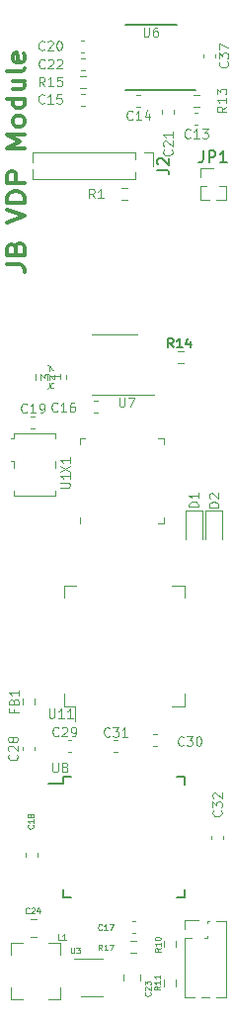
<source format=gto>
G04 #@! TF.GenerationSoftware,KiCad,Pcbnew,(5.1.12)-1*
G04 #@! TF.CreationDate,2022-08-10T22:17:10-07:00*
G04 #@! TF.ProjectId,jbVeraHDMI,6a625665-7261-4484-944d-492e6b696361,rev?*
G04 #@! TF.SameCoordinates,Original*
G04 #@! TF.FileFunction,Legend,Top*
G04 #@! TF.FilePolarity,Positive*
%FSLAX46Y46*%
G04 Gerber Fmt 4.6, Leading zero omitted, Abs format (unit mm)*
G04 Created by KiCad (PCBNEW (5.1.12)-1) date 2022-08-10 22:17:10*
%MOMM*%
%LPD*%
G01*
G04 APERTURE LIST*
%ADD10C,0.300000*%
%ADD11C,0.120000*%
%ADD12C,0.150000*%
%ADD13C,0.100000*%
%ADD14C,0.140000*%
%ADD15O,1.102000X1.102000*%
%ADD16O,1.802000X1.802000*%
G04 APERTURE END LIST*
D10*
X130295352Y-92577933D02*
X131331066Y-92577933D01*
X131538209Y-92658885D01*
X131676304Y-92820790D01*
X131745352Y-93063647D01*
X131745352Y-93225552D01*
X130985828Y-91201742D02*
X131054876Y-90958885D01*
X131123923Y-90877933D01*
X131262019Y-90796980D01*
X131469161Y-90796980D01*
X131607257Y-90877933D01*
X131676304Y-90958885D01*
X131745352Y-91120790D01*
X131745352Y-91768409D01*
X130295352Y-91768409D01*
X130295352Y-91201742D01*
X130364400Y-91039838D01*
X130433447Y-90958885D01*
X130571542Y-90877933D01*
X130709638Y-90877933D01*
X130847733Y-90958885D01*
X130916780Y-91039838D01*
X130985828Y-91201742D01*
X130985828Y-91768409D01*
X130295352Y-89016028D02*
X131745352Y-88449361D01*
X130295352Y-87882695D01*
X131745352Y-87316028D02*
X130295352Y-87316028D01*
X130295352Y-86911266D01*
X130364400Y-86668409D01*
X130502495Y-86506504D01*
X130640590Y-86425552D01*
X130916780Y-86344600D01*
X131123923Y-86344600D01*
X131400114Y-86425552D01*
X131538209Y-86506504D01*
X131676304Y-86668409D01*
X131745352Y-86911266D01*
X131745352Y-87316028D01*
X131745352Y-85616028D02*
X130295352Y-85616028D01*
X130295352Y-84968409D01*
X130364400Y-84806504D01*
X130433447Y-84725552D01*
X130571542Y-84644600D01*
X130778685Y-84644600D01*
X130916780Y-84725552D01*
X130985828Y-84806504D01*
X131054876Y-84968409D01*
X131054876Y-85616028D01*
X131745352Y-82620790D02*
X130295352Y-82620790D01*
X131331066Y-82054123D01*
X130295352Y-81487457D01*
X131745352Y-81487457D01*
X131745352Y-80435076D02*
X131676304Y-80596980D01*
X131607257Y-80677933D01*
X131469161Y-80758885D01*
X131054876Y-80758885D01*
X130916780Y-80677933D01*
X130847733Y-80596980D01*
X130778685Y-80435076D01*
X130778685Y-80192219D01*
X130847733Y-80030314D01*
X130916780Y-79949361D01*
X131054876Y-79868409D01*
X131469161Y-79868409D01*
X131607257Y-79949361D01*
X131676304Y-80030314D01*
X131745352Y-80192219D01*
X131745352Y-80435076D01*
X131745352Y-78411266D02*
X130295352Y-78411266D01*
X131676304Y-78411266D02*
X131745352Y-78573171D01*
X131745352Y-78896980D01*
X131676304Y-79058885D01*
X131607257Y-79139838D01*
X131469161Y-79220790D01*
X131054876Y-79220790D01*
X130916780Y-79139838D01*
X130847733Y-79058885D01*
X130778685Y-78896980D01*
X130778685Y-78573171D01*
X130847733Y-78411266D01*
X130778685Y-76873171D02*
X131745352Y-76873171D01*
X130778685Y-77601742D02*
X131538209Y-77601742D01*
X131676304Y-77520790D01*
X131745352Y-77358885D01*
X131745352Y-77116028D01*
X131676304Y-76954123D01*
X131607257Y-76873171D01*
X131745352Y-75820790D02*
X131676304Y-75982695D01*
X131538209Y-76063647D01*
X130295352Y-76063647D01*
X131676304Y-74525552D02*
X131745352Y-74687457D01*
X131745352Y-75011266D01*
X131676304Y-75173171D01*
X131538209Y-75254123D01*
X130985828Y-75254123D01*
X130847733Y-75173171D01*
X130778685Y-75011266D01*
X130778685Y-74687457D01*
X130847733Y-74525552D01*
X130985828Y-74444600D01*
X131123923Y-74444600D01*
X131262019Y-75254123D01*
D11*
X147245400Y-113680100D02*
X147245400Y-116140100D01*
X148715400Y-113680100D02*
X147245400Y-113680100D01*
X148715400Y-116140100D02*
X148715400Y-113680100D01*
X145556300Y-113670000D02*
X145556300Y-116130000D01*
X147026300Y-113670000D02*
X145556300Y-113670000D01*
X147026300Y-116130000D02*
X147026300Y-113670000D01*
X138441000Y-152009200D02*
X135991000Y-152009200D01*
X136641000Y-155229200D02*
X138441000Y-155229200D01*
D12*
X135121900Y-136979600D02*
X133846900Y-136979600D01*
X145471900Y-136404600D02*
X144796900Y-136404600D01*
X145471900Y-146754600D02*
X144796900Y-146754600D01*
X135121900Y-146754600D02*
X135796900Y-146754600D01*
X135121900Y-136404600D02*
X135796900Y-136404600D01*
X135121900Y-146754600D02*
X135121900Y-146079600D01*
X145471900Y-146754600D02*
X145471900Y-146079600D01*
X145471900Y-136404600D02*
X145471900Y-137079600D01*
X135121900Y-136404600D02*
X135121900Y-136979600D01*
D11*
X132426400Y-83040200D02*
X132426400Y-83842670D01*
X132426400Y-84457730D02*
X132426400Y-85260200D01*
X141251400Y-83040200D02*
X132426400Y-83040200D01*
X141251400Y-85260200D02*
X132426400Y-85260200D01*
X141251400Y-83040200D02*
X141251400Y-83586729D01*
X141251400Y-84713671D02*
X141251400Y-85260200D01*
X142011400Y-83040200D02*
X142771400Y-83040200D01*
X142771400Y-83040200D02*
X142771400Y-84150200D01*
X146827220Y-87075320D02*
X147629690Y-87075320D01*
X148244750Y-87075320D02*
X149047220Y-87075320D01*
X146827220Y-85870320D02*
X146827220Y-87075320D01*
X149047220Y-85870320D02*
X149047220Y-87075320D01*
X146827220Y-85870320D02*
X147373749Y-85870320D01*
X148500691Y-85870320D02*
X149047220Y-85870320D01*
X146827220Y-85110320D02*
X146827220Y-84350320D01*
X146827220Y-84350320D02*
X147937220Y-84350320D01*
X145514360Y-155264160D02*
X146336830Y-155264160D01*
X148221890Y-155264160D02*
X149044360Y-155264160D01*
X146951890Y-155264160D02*
X147606830Y-155264160D01*
X145514360Y-150249160D02*
X145514360Y-155264160D01*
X149044360Y-148794160D02*
X149044360Y-155264160D01*
X145514360Y-150249160D02*
X146080889Y-150249160D01*
X147207831Y-150249160D02*
X147350889Y-150249160D01*
X147404360Y-150195689D02*
X147404360Y-150052631D01*
X147404360Y-148925689D02*
X147404360Y-148794160D01*
X147404360Y-148794160D02*
X147606830Y-148794160D01*
X148221890Y-148794160D02*
X149044360Y-148794160D01*
X145514360Y-149489160D02*
X145514360Y-148729160D01*
X145514360Y-148729160D02*
X146644360Y-148729160D01*
D12*
X146396000Y-77641100D02*
X140421000Y-77641100D01*
X144821000Y-72116100D02*
X140421000Y-72116100D01*
D11*
X136526176Y-77484500D02*
X137035624Y-77484500D01*
X136526176Y-76439500D02*
X137035624Y-76439500D01*
X146738424Y-78090500D02*
X146228976Y-78090500D01*
X146738424Y-79135500D02*
X146228976Y-79135500D01*
X147127500Y-74592133D02*
X147127500Y-74884667D01*
X148147500Y-74592133D02*
X148147500Y-74884667D01*
X136926367Y-74928000D02*
X136633833Y-74928000D01*
X136926367Y-75948000D02*
X136633833Y-75948000D01*
X143520700Y-79382233D02*
X143520700Y-79674767D01*
X144540700Y-79382233D02*
X144540700Y-79674767D01*
X136900967Y-73391300D02*
X136608433Y-73391300D01*
X136900967Y-74411300D02*
X136608433Y-74411300D01*
X136633833Y-78996000D02*
X136926367Y-78996000D01*
X136633833Y-77976000D02*
X136926367Y-77976000D01*
X141676167Y-78103000D02*
X141383633Y-78103000D01*
X141676167Y-79123000D02*
X141383633Y-79123000D01*
X146628067Y-79639700D02*
X146335533Y-79639700D01*
X146628067Y-80659700D02*
X146335533Y-80659700D01*
X133720100Y-102475124D02*
X133720100Y-101965676D01*
X132675100Y-102475124D02*
X132675100Y-101965676D01*
X145413824Y-100023400D02*
X144904376Y-100023400D01*
X145413824Y-101068400D02*
X144904376Y-101068400D01*
X135320500Y-102369667D02*
X135320500Y-102077133D01*
X134300500Y-102369667D02*
X134300500Y-102077133D01*
X138042867Y-104265000D02*
X137750333Y-104265000D01*
X138042867Y-105285000D02*
X137750333Y-105285000D01*
X132250548Y-150112400D02*
X132773052Y-150112400D01*
X132250548Y-148642400D02*
X132773052Y-148642400D01*
X141379024Y-150480500D02*
X140869576Y-150480500D01*
X141379024Y-151525500D02*
X140869576Y-151525500D01*
X140617024Y-86040700D02*
X140107576Y-86040700D01*
X140617024Y-87085700D02*
X140107576Y-87085700D01*
X131595600Y-130262724D02*
X131595600Y-129753276D01*
X132640600Y-130262724D02*
X132640600Y-129753276D01*
X136084600Y-130397000D02*
X136084600Y-131672000D01*
X135134600Y-120047000D02*
X135134600Y-121097000D01*
X145484600Y-120047000D02*
X145484600Y-121097000D01*
X145484600Y-130397000D02*
X145484600Y-129347000D01*
X135134600Y-130397000D02*
X135134600Y-129347000D01*
X145484600Y-130397000D02*
X144434600Y-130397000D01*
X145484600Y-120047000D02*
X144434600Y-120047000D01*
X135134600Y-120047000D02*
X136184600Y-120047000D01*
X135134600Y-130397000D02*
X136084600Y-130397000D01*
X143724100Y-154333024D02*
X143724100Y-153823576D01*
X144769100Y-154333024D02*
X144769100Y-153823576D01*
X144769100Y-150496176D02*
X144769100Y-151005624D01*
X143724100Y-150496176D02*
X143724100Y-151005624D01*
X148833300Y-141485233D02*
X148833300Y-141777767D01*
X147813300Y-141485233D02*
X147813300Y-141777767D01*
X139412933Y-133322600D02*
X139705467Y-133322600D01*
X139412933Y-134342600D02*
X139705467Y-134342600D01*
X131836700Y-143263667D02*
X131836700Y-142971133D01*
X132856700Y-143263667D02*
X132856700Y-142971133D01*
X141002633Y-148791200D02*
X141295167Y-148791200D01*
X141002633Y-149811200D02*
X141295167Y-149811200D01*
X142806033Y-132776500D02*
X143098567Y-132776500D01*
X142806033Y-133796500D02*
X143098567Y-133796500D01*
X135781167Y-134304500D02*
X135488633Y-134304500D01*
X135781167Y-133284500D02*
X135488633Y-133284500D01*
X132628100Y-133850333D02*
X132628100Y-134142867D01*
X131608100Y-133850333D02*
X131608100Y-134142867D01*
X132636379Y-105611200D02*
X132310821Y-105611200D01*
X132636379Y-106631200D02*
X132310821Y-106631200D01*
X130818300Y-109445300D02*
X130568300Y-109445300D01*
X130818300Y-109985300D02*
X130818300Y-109445300D01*
X134418300Y-107015300D02*
X134418300Y-107445300D01*
X130818300Y-107015300D02*
X134418300Y-107015300D01*
X130818300Y-107445300D02*
X130818300Y-107015300D01*
X130568300Y-107445300D02*
X130818300Y-107445300D01*
X134418300Y-109445300D02*
X134418300Y-109985300D01*
X130818300Y-112415300D02*
X130818300Y-111985300D01*
X134418300Y-112415300D02*
X130818300Y-112415300D01*
X134418300Y-111985300D02*
X134418300Y-112415300D01*
X139458700Y-103740900D02*
X142908700Y-103740900D01*
X139458700Y-103740900D02*
X137508700Y-103740900D01*
X139458700Y-98620900D02*
X141408700Y-98620900D01*
X139458700Y-98620900D02*
X137508700Y-98620900D01*
X136496400Y-114234600D02*
X136496400Y-114709600D01*
X143716400Y-107489600D02*
X143241400Y-107489600D01*
X143716400Y-107964600D02*
X143716400Y-107489600D01*
X143716400Y-114709600D02*
X143241400Y-114709600D01*
X143716400Y-114234600D02*
X143716400Y-114709600D01*
X136496400Y-107489600D02*
X136971400Y-107489600D01*
X136496400Y-107964600D02*
X136496400Y-107489600D01*
X134799600Y-155444400D02*
X134799600Y-154419400D01*
X134799600Y-150674400D02*
X134799600Y-151699400D01*
X134799600Y-155444400D02*
X133774600Y-155444400D01*
X134799600Y-150674400D02*
X133774600Y-150674400D01*
X130579600Y-150674400D02*
X131604600Y-150674400D01*
X130579600Y-150674400D02*
X130579600Y-151699400D01*
X130579600Y-155444400D02*
X130579600Y-154419400D01*
X130579600Y-155444400D02*
X131604600Y-155444400D01*
X141705400Y-153880078D02*
X141705400Y-153362922D01*
X140285400Y-153880078D02*
X140285400Y-153362922D01*
D13*
X148393104Y-113379176D02*
X147593104Y-113379176D01*
X147593104Y-113188700D01*
X147631200Y-113074414D01*
X147707390Y-112998223D01*
X147783580Y-112960128D01*
X147935961Y-112922033D01*
X148050247Y-112922033D01*
X148202628Y-112960128D01*
X148278819Y-112998223D01*
X148355009Y-113074414D01*
X148393104Y-113188700D01*
X148393104Y-113379176D01*
X147669295Y-112617271D02*
X147631200Y-112579176D01*
X147593104Y-112502985D01*
X147593104Y-112312509D01*
X147631200Y-112236319D01*
X147669295Y-112198223D01*
X147745485Y-112160128D01*
X147821676Y-112160128D01*
X147935961Y-112198223D01*
X148393104Y-112655366D01*
X148393104Y-112160128D01*
X146665904Y-113341076D02*
X145865904Y-113341076D01*
X145865904Y-113150600D01*
X145904000Y-113036314D01*
X145980190Y-112960123D01*
X146056380Y-112922028D01*
X146208761Y-112883933D01*
X146323047Y-112883933D01*
X146475428Y-112922028D01*
X146551619Y-112960123D01*
X146627809Y-113036314D01*
X146665904Y-113150600D01*
X146665904Y-113341076D01*
X146665904Y-112122028D02*
X146665904Y-112579171D01*
X146665904Y-112350600D02*
X145865904Y-112350600D01*
X145980190Y-112426790D01*
X146056380Y-112502980D01*
X146094476Y-112579171D01*
X135724947Y-151033990D02*
X135724947Y-151438752D01*
X135748757Y-151486371D01*
X135772566Y-151510180D01*
X135820185Y-151533990D01*
X135915423Y-151533990D01*
X135963042Y-151510180D01*
X135986852Y-151486371D01*
X136010661Y-151438752D01*
X136010661Y-151033990D01*
X136201138Y-151033990D02*
X136510661Y-151033990D01*
X136343995Y-151224466D01*
X136415423Y-151224466D01*
X136463042Y-151248276D01*
X136486852Y-151272085D01*
X136510661Y-151319704D01*
X136510661Y-151438752D01*
X136486852Y-151486371D01*
X136463042Y-151510180D01*
X136415423Y-151533990D01*
X136272566Y-151533990D01*
X136224947Y-151510180D01*
X136201138Y-151486371D01*
X134162876Y-135236004D02*
X134162876Y-135883623D01*
X134200971Y-135959814D01*
X134239066Y-135997909D01*
X134315257Y-136036004D01*
X134467638Y-136036004D01*
X134543828Y-135997909D01*
X134581923Y-135959814D01*
X134620019Y-135883623D01*
X134620019Y-135236004D01*
X135115257Y-135578861D02*
X135039066Y-135540766D01*
X135000971Y-135502671D01*
X134962876Y-135426480D01*
X134962876Y-135388385D01*
X135000971Y-135312195D01*
X135039066Y-135274100D01*
X135115257Y-135236004D01*
X135267638Y-135236004D01*
X135343828Y-135274100D01*
X135381923Y-135312195D01*
X135420019Y-135388385D01*
X135420019Y-135426480D01*
X135381923Y-135502671D01*
X135343828Y-135540766D01*
X135267638Y-135578861D01*
X135115257Y-135578861D01*
X135039066Y-135616957D01*
X135000971Y-135655052D01*
X134962876Y-135731242D01*
X134962876Y-135883623D01*
X135000971Y-135959814D01*
X135039066Y-135997909D01*
X135115257Y-136036004D01*
X135267638Y-136036004D01*
X135343828Y-135997909D01*
X135381923Y-135959814D01*
X135420019Y-135883623D01*
X135420019Y-135731242D01*
X135381923Y-135655052D01*
X135343828Y-135616957D01*
X135267638Y-135578861D01*
D12*
X143158780Y-84483533D02*
X143873066Y-84483533D01*
X144015923Y-84531152D01*
X144111161Y-84626390D01*
X144158780Y-84769247D01*
X144158780Y-84864485D01*
X143254019Y-84054961D02*
X143206400Y-84007342D01*
X143158780Y-83912104D01*
X143158780Y-83674009D01*
X143206400Y-83578771D01*
X143254019Y-83531152D01*
X143349257Y-83483533D01*
X143444495Y-83483533D01*
X143587352Y-83531152D01*
X144158780Y-84102580D01*
X144158780Y-83483533D01*
X147103886Y-82867700D02*
X147103886Y-83581986D01*
X147056267Y-83724843D01*
X146961029Y-83820081D01*
X146818172Y-83867700D01*
X146722934Y-83867700D01*
X147580077Y-83867700D02*
X147580077Y-82867700D01*
X147961029Y-82867700D01*
X148056267Y-82915320D01*
X148103886Y-82962939D01*
X148151505Y-83058177D01*
X148151505Y-83201034D01*
X148103886Y-83296272D01*
X148056267Y-83343891D01*
X147961029Y-83391510D01*
X147580077Y-83391510D01*
X149103886Y-83867700D02*
X148532458Y-83867700D01*
X148818172Y-83867700D02*
X148818172Y-82867700D01*
X148722934Y-83010558D01*
X148627696Y-83105796D01*
X148532458Y-83153415D01*
D13*
X141986076Y-72307504D02*
X141986076Y-72955123D01*
X142024171Y-73031314D01*
X142062266Y-73069409D01*
X142138457Y-73107504D01*
X142290838Y-73107504D01*
X142367028Y-73069409D01*
X142405123Y-73031314D01*
X142443219Y-72955123D01*
X142443219Y-72307504D01*
X143167028Y-72307504D02*
X143014647Y-72307504D01*
X142938457Y-72345600D01*
X142900361Y-72383695D01*
X142824171Y-72497980D01*
X142786076Y-72650361D01*
X142786076Y-72955123D01*
X142824171Y-73031314D01*
X142862266Y-73069409D01*
X142938457Y-73107504D01*
X143090838Y-73107504D01*
X143167028Y-73069409D01*
X143205123Y-73031314D01*
X143243219Y-72955123D01*
X143243219Y-72764647D01*
X143205123Y-72688457D01*
X143167028Y-72650361D01*
X143090838Y-72612266D01*
X142938457Y-72612266D01*
X142862266Y-72650361D01*
X142824171Y-72688457D01*
X142786076Y-72764647D01*
X133474514Y-77336604D02*
X133207847Y-76955652D01*
X133017371Y-77336604D02*
X133017371Y-76536604D01*
X133322133Y-76536604D01*
X133398323Y-76574700D01*
X133436419Y-76612795D01*
X133474514Y-76688985D01*
X133474514Y-76803271D01*
X133436419Y-76879461D01*
X133398323Y-76917557D01*
X133322133Y-76955652D01*
X133017371Y-76955652D01*
X134236419Y-77336604D02*
X133779276Y-77336604D01*
X134007847Y-77336604D02*
X134007847Y-76536604D01*
X133931657Y-76650890D01*
X133855466Y-76727080D01*
X133779276Y-76765176D01*
X134960228Y-76536604D02*
X134579276Y-76536604D01*
X134541180Y-76917557D01*
X134579276Y-76879461D01*
X134655466Y-76841366D01*
X134845942Y-76841366D01*
X134922133Y-76879461D01*
X134960228Y-76917557D01*
X134998323Y-76993747D01*
X134998323Y-77184223D01*
X134960228Y-77260414D01*
X134922133Y-77298509D01*
X134845942Y-77336604D01*
X134655466Y-77336604D01*
X134579276Y-77298509D01*
X134541180Y-77260414D01*
X149066204Y-79063785D02*
X148685252Y-79330452D01*
X149066204Y-79520928D02*
X148266204Y-79520928D01*
X148266204Y-79216166D01*
X148304300Y-79139976D01*
X148342395Y-79101880D01*
X148418585Y-79063785D01*
X148532871Y-79063785D01*
X148609061Y-79101880D01*
X148647157Y-79139976D01*
X148685252Y-79216166D01*
X148685252Y-79520928D01*
X149066204Y-78301880D02*
X149066204Y-78759023D01*
X149066204Y-78530452D02*
X148266204Y-78530452D01*
X148380490Y-78606642D01*
X148456680Y-78682833D01*
X148494776Y-78759023D01*
X148266204Y-78035214D02*
X148266204Y-77539976D01*
X148570966Y-77806642D01*
X148570966Y-77692357D01*
X148609061Y-77616166D01*
X148647157Y-77578071D01*
X148723347Y-77539976D01*
X148913823Y-77539976D01*
X148990014Y-77578071D01*
X149028109Y-77616166D01*
X149066204Y-77692357D01*
X149066204Y-77920928D01*
X149028109Y-77997119D01*
X148990014Y-78035214D01*
X149167814Y-75241085D02*
X149205909Y-75279180D01*
X149244004Y-75393466D01*
X149244004Y-75469657D01*
X149205909Y-75583942D01*
X149129719Y-75660133D01*
X149053528Y-75698228D01*
X148901147Y-75736323D01*
X148786861Y-75736323D01*
X148634480Y-75698228D01*
X148558290Y-75660133D01*
X148482100Y-75583942D01*
X148444004Y-75469657D01*
X148444004Y-75393466D01*
X148482100Y-75279180D01*
X148520195Y-75241085D01*
X148444004Y-74974419D02*
X148444004Y-74479180D01*
X148748766Y-74745847D01*
X148748766Y-74631561D01*
X148786861Y-74555371D01*
X148824957Y-74517276D01*
X148901147Y-74479180D01*
X149091623Y-74479180D01*
X149167814Y-74517276D01*
X149205909Y-74555371D01*
X149244004Y-74631561D01*
X149244004Y-74860133D01*
X149205909Y-74936323D01*
X149167814Y-74974419D01*
X148444004Y-74212514D02*
X148444004Y-73679180D01*
X149244004Y-74022038D01*
X133483414Y-75749114D02*
X133445319Y-75787209D01*
X133331033Y-75825304D01*
X133254842Y-75825304D01*
X133140557Y-75787209D01*
X133064366Y-75711019D01*
X133026271Y-75634828D01*
X132988176Y-75482447D01*
X132988176Y-75368161D01*
X133026271Y-75215780D01*
X133064366Y-75139590D01*
X133140557Y-75063400D01*
X133254842Y-75025304D01*
X133331033Y-75025304D01*
X133445319Y-75063400D01*
X133483414Y-75101495D01*
X133788176Y-75101495D02*
X133826271Y-75063400D01*
X133902461Y-75025304D01*
X134092938Y-75025304D01*
X134169128Y-75063400D01*
X134207223Y-75101495D01*
X134245319Y-75177685D01*
X134245319Y-75253876D01*
X134207223Y-75368161D01*
X133750080Y-75825304D01*
X134245319Y-75825304D01*
X134550080Y-75101495D02*
X134588176Y-75063400D01*
X134664366Y-75025304D01*
X134854842Y-75025304D01*
X134931033Y-75063400D01*
X134969128Y-75101495D01*
X135007223Y-75177685D01*
X135007223Y-75253876D01*
X134969128Y-75368161D01*
X134511985Y-75825304D01*
X135007223Y-75825304D01*
X144367214Y-82784885D02*
X144405309Y-82822980D01*
X144443404Y-82937266D01*
X144443404Y-83013457D01*
X144405309Y-83127742D01*
X144329119Y-83203933D01*
X144252928Y-83242028D01*
X144100547Y-83280123D01*
X143986261Y-83280123D01*
X143833880Y-83242028D01*
X143757690Y-83203933D01*
X143681500Y-83127742D01*
X143643404Y-83013457D01*
X143643404Y-82937266D01*
X143681500Y-82822980D01*
X143719595Y-82784885D01*
X143719595Y-82480123D02*
X143681500Y-82442028D01*
X143643404Y-82365838D01*
X143643404Y-82175361D01*
X143681500Y-82099171D01*
X143719595Y-82061076D01*
X143795785Y-82022980D01*
X143871976Y-82022980D01*
X143986261Y-82061076D01*
X144443404Y-82518219D01*
X144443404Y-82022980D01*
X144443404Y-81261076D02*
X144443404Y-81718219D01*
X144443404Y-81489647D02*
X143643404Y-81489647D01*
X143757690Y-81565838D01*
X143833880Y-81642028D01*
X143871976Y-81718219D01*
X133445314Y-74187014D02*
X133407219Y-74225109D01*
X133292933Y-74263204D01*
X133216742Y-74263204D01*
X133102457Y-74225109D01*
X133026266Y-74148919D01*
X132988171Y-74072728D01*
X132950076Y-73920347D01*
X132950076Y-73806061D01*
X132988171Y-73653680D01*
X133026266Y-73577490D01*
X133102457Y-73501300D01*
X133216742Y-73463204D01*
X133292933Y-73463204D01*
X133407219Y-73501300D01*
X133445314Y-73539395D01*
X133750076Y-73539395D02*
X133788171Y-73501300D01*
X133864361Y-73463204D01*
X134054838Y-73463204D01*
X134131028Y-73501300D01*
X134169123Y-73539395D01*
X134207219Y-73615585D01*
X134207219Y-73691776D01*
X134169123Y-73806061D01*
X133711980Y-74263204D01*
X134207219Y-74263204D01*
X134702457Y-73463204D02*
X134778647Y-73463204D01*
X134854838Y-73501300D01*
X134892933Y-73539395D01*
X134931028Y-73615585D01*
X134969123Y-73767966D01*
X134969123Y-73958442D01*
X134931028Y-74110823D01*
X134892933Y-74187014D01*
X134854838Y-74225109D01*
X134778647Y-74263204D01*
X134702457Y-74263204D01*
X134626266Y-74225109D01*
X134588171Y-74187014D01*
X134550076Y-74110823D01*
X134511980Y-73958442D01*
X134511980Y-73767966D01*
X134550076Y-73615585D01*
X134588171Y-73539395D01*
X134626266Y-73501300D01*
X134702457Y-73463204D01*
X133458014Y-78746314D02*
X133419919Y-78784409D01*
X133305633Y-78822504D01*
X133229442Y-78822504D01*
X133115157Y-78784409D01*
X133038966Y-78708219D01*
X133000871Y-78632028D01*
X132962776Y-78479647D01*
X132962776Y-78365361D01*
X133000871Y-78212980D01*
X133038966Y-78136790D01*
X133115157Y-78060600D01*
X133229442Y-78022504D01*
X133305633Y-78022504D01*
X133419919Y-78060600D01*
X133458014Y-78098695D01*
X134219919Y-78822504D02*
X133762776Y-78822504D01*
X133991347Y-78822504D02*
X133991347Y-78022504D01*
X133915157Y-78136790D01*
X133838966Y-78212980D01*
X133762776Y-78251076D01*
X134943728Y-78022504D02*
X134562776Y-78022504D01*
X134524680Y-78403457D01*
X134562776Y-78365361D01*
X134638966Y-78327266D01*
X134829442Y-78327266D01*
X134905633Y-78365361D01*
X134943728Y-78403457D01*
X134981823Y-78479647D01*
X134981823Y-78670123D01*
X134943728Y-78746314D01*
X134905633Y-78784409D01*
X134829442Y-78822504D01*
X134638966Y-78822504D01*
X134562776Y-78784409D01*
X134524680Y-78746314D01*
X141014514Y-80156014D02*
X140976419Y-80194109D01*
X140862133Y-80232204D01*
X140785942Y-80232204D01*
X140671657Y-80194109D01*
X140595466Y-80117919D01*
X140557371Y-80041728D01*
X140519276Y-79889347D01*
X140519276Y-79775061D01*
X140557371Y-79622680D01*
X140595466Y-79546490D01*
X140671657Y-79470300D01*
X140785942Y-79432204D01*
X140862133Y-79432204D01*
X140976419Y-79470300D01*
X141014514Y-79508395D01*
X141776419Y-80232204D02*
X141319276Y-80232204D01*
X141547847Y-80232204D02*
X141547847Y-79432204D01*
X141471657Y-79546490D01*
X141395466Y-79622680D01*
X141319276Y-79660776D01*
X142462133Y-79698871D02*
X142462133Y-80232204D01*
X142271657Y-79394109D02*
X142081180Y-79965538D01*
X142576419Y-79965538D01*
X145967514Y-81718114D02*
X145929419Y-81756209D01*
X145815133Y-81794304D01*
X145738942Y-81794304D01*
X145624657Y-81756209D01*
X145548466Y-81680019D01*
X145510371Y-81603828D01*
X145472276Y-81451447D01*
X145472276Y-81337161D01*
X145510371Y-81184780D01*
X145548466Y-81108590D01*
X145624657Y-81032400D01*
X145738942Y-80994304D01*
X145815133Y-80994304D01*
X145929419Y-81032400D01*
X145967514Y-81070495D01*
X146729419Y-81794304D02*
X146272276Y-81794304D01*
X146500847Y-81794304D02*
X146500847Y-80994304D01*
X146424657Y-81108590D01*
X146348466Y-81184780D01*
X146272276Y-81222876D01*
X146996085Y-80994304D02*
X147491323Y-80994304D01*
X147224657Y-81299066D01*
X147338942Y-81299066D01*
X147415133Y-81337161D01*
X147453228Y-81375257D01*
X147491323Y-81451447D01*
X147491323Y-81641923D01*
X147453228Y-81718114D01*
X147415133Y-81756209D01*
X147338942Y-81794304D01*
X147110371Y-81794304D01*
X147034180Y-81756209D01*
X146996085Y-81718114D01*
X134791404Y-102709285D02*
X134410452Y-102975952D01*
X134791404Y-103166428D02*
X133991404Y-103166428D01*
X133991404Y-102861666D01*
X134029500Y-102785476D01*
X134067595Y-102747380D01*
X134143785Y-102709285D01*
X134258071Y-102709285D01*
X134334261Y-102747380D01*
X134372357Y-102785476D01*
X134410452Y-102861666D01*
X134410452Y-103166428D01*
X134791404Y-101947380D02*
X134791404Y-102404523D01*
X134791404Y-102175952D02*
X133991404Y-102175952D01*
X134105690Y-102252142D01*
X134181880Y-102328333D01*
X134219976Y-102404523D01*
X133991404Y-101261666D02*
X133991404Y-101414047D01*
X134029500Y-101490238D01*
X134067595Y-101528333D01*
X134181880Y-101604523D01*
X134334261Y-101642619D01*
X134639023Y-101642619D01*
X134715214Y-101604523D01*
X134753309Y-101566428D01*
X134791404Y-101490238D01*
X134791404Y-101337857D01*
X134753309Y-101261666D01*
X134715214Y-101223571D01*
X134639023Y-101185476D01*
X134448547Y-101185476D01*
X134372357Y-101223571D01*
X134334261Y-101261666D01*
X134296166Y-101337857D01*
X134296166Y-101490238D01*
X134334261Y-101566428D01*
X134372357Y-101604523D01*
X134448547Y-101642619D01*
D14*
X144532414Y-99714004D02*
X144265747Y-99333052D01*
X144075271Y-99714004D02*
X144075271Y-98914004D01*
X144380033Y-98914004D01*
X144456223Y-98952100D01*
X144494319Y-98990195D01*
X144532414Y-99066385D01*
X144532414Y-99180671D01*
X144494319Y-99256861D01*
X144456223Y-99294957D01*
X144380033Y-99333052D01*
X144075271Y-99333052D01*
X145294319Y-99714004D02*
X144837176Y-99714004D01*
X145065747Y-99714004D02*
X145065747Y-98914004D01*
X144989557Y-99028290D01*
X144913366Y-99104480D01*
X144837176Y-99142576D01*
X145980033Y-99180671D02*
X145980033Y-99714004D01*
X145789557Y-98875909D02*
X145599080Y-99447338D01*
X146094319Y-99447338D01*
D13*
X133864314Y-102761985D02*
X133902409Y-102800080D01*
X133940504Y-102914366D01*
X133940504Y-102990557D01*
X133902409Y-103104842D01*
X133826219Y-103181033D01*
X133750028Y-103219128D01*
X133597647Y-103257223D01*
X133483361Y-103257223D01*
X133330980Y-103219128D01*
X133254790Y-103181033D01*
X133178600Y-103104842D01*
X133140504Y-102990557D01*
X133140504Y-102914366D01*
X133178600Y-102800080D01*
X133216695Y-102761985D01*
X133140504Y-102495319D02*
X133140504Y-102000080D01*
X133445266Y-102266747D01*
X133445266Y-102152461D01*
X133483361Y-102076271D01*
X133521457Y-102038176D01*
X133597647Y-102000080D01*
X133788123Y-102000080D01*
X133864314Y-102038176D01*
X133902409Y-102076271D01*
X133940504Y-102152461D01*
X133940504Y-102381033D01*
X133902409Y-102457223D01*
X133864314Y-102495319D01*
X133140504Y-101276271D02*
X133140504Y-101657223D01*
X133521457Y-101695319D01*
X133483361Y-101657223D01*
X133445266Y-101581033D01*
X133445266Y-101390557D01*
X133483361Y-101314366D01*
X133521457Y-101276271D01*
X133597647Y-101238176D01*
X133788123Y-101238176D01*
X133864314Y-101276271D01*
X133902409Y-101314366D01*
X133940504Y-101390557D01*
X133940504Y-101581033D01*
X133902409Y-101657223D01*
X133864314Y-101695319D01*
X134574514Y-105136914D02*
X134536419Y-105175009D01*
X134422133Y-105213104D01*
X134345942Y-105213104D01*
X134231657Y-105175009D01*
X134155466Y-105098819D01*
X134117371Y-105022628D01*
X134079276Y-104870247D01*
X134079276Y-104755961D01*
X134117371Y-104603580D01*
X134155466Y-104527390D01*
X134231657Y-104451200D01*
X134345942Y-104413104D01*
X134422133Y-104413104D01*
X134536419Y-104451200D01*
X134574514Y-104489295D01*
X135336419Y-105213104D02*
X134879276Y-105213104D01*
X135107847Y-105213104D02*
X135107847Y-104413104D01*
X135031657Y-104527390D01*
X134955466Y-104603580D01*
X134879276Y-104641676D01*
X136022133Y-104413104D02*
X135869752Y-104413104D01*
X135793561Y-104451200D01*
X135755466Y-104489295D01*
X135679276Y-104603580D01*
X135641180Y-104755961D01*
X135641180Y-105060723D01*
X135679276Y-105136914D01*
X135717371Y-105175009D01*
X135793561Y-105213104D01*
X135945942Y-105213104D01*
X136022133Y-105175009D01*
X136060228Y-105136914D01*
X136098323Y-105060723D01*
X136098323Y-104870247D01*
X136060228Y-104794057D01*
X136022133Y-104755961D01*
X135945942Y-104717866D01*
X135793561Y-104717866D01*
X135717371Y-104755961D01*
X135679276Y-104794057D01*
X135641180Y-104870247D01*
X132164971Y-148095471D02*
X132141161Y-148119280D01*
X132069733Y-148143090D01*
X132022114Y-148143090D01*
X131950685Y-148119280D01*
X131903066Y-148071661D01*
X131879257Y-148024042D01*
X131855447Y-147928804D01*
X131855447Y-147857376D01*
X131879257Y-147762138D01*
X131903066Y-147714519D01*
X131950685Y-147666900D01*
X132022114Y-147643090D01*
X132069733Y-147643090D01*
X132141161Y-147666900D01*
X132164971Y-147690709D01*
X132355447Y-147690709D02*
X132379257Y-147666900D01*
X132426876Y-147643090D01*
X132545923Y-147643090D01*
X132593542Y-147666900D01*
X132617352Y-147690709D01*
X132641161Y-147738328D01*
X132641161Y-147785947D01*
X132617352Y-147857376D01*
X132331638Y-148143090D01*
X132641161Y-148143090D01*
X133069733Y-147809757D02*
X133069733Y-148143090D01*
X132950685Y-147619280D02*
X132831638Y-147976423D01*
X133141161Y-147976423D01*
X138413371Y-151279990D02*
X138246704Y-151041895D01*
X138127657Y-151279990D02*
X138127657Y-150779990D01*
X138318133Y-150779990D01*
X138365752Y-150803800D01*
X138389561Y-150827609D01*
X138413371Y-150875228D01*
X138413371Y-150946657D01*
X138389561Y-150994276D01*
X138365752Y-151018085D01*
X138318133Y-151041895D01*
X138127657Y-151041895D01*
X138889561Y-151279990D02*
X138603847Y-151279990D01*
X138746704Y-151279990D02*
X138746704Y-150779990D01*
X138699085Y-150851419D01*
X138651466Y-150899038D01*
X138603847Y-150922847D01*
X139056228Y-150779990D02*
X139389561Y-150779990D01*
X139175276Y-151279990D01*
X137767066Y-86925104D02*
X137500400Y-86544152D01*
X137309923Y-86925104D02*
X137309923Y-86125104D01*
X137614685Y-86125104D01*
X137690876Y-86163200D01*
X137728971Y-86201295D01*
X137767066Y-86277485D01*
X137767066Y-86391771D01*
X137728971Y-86467961D01*
X137690876Y-86506057D01*
X137614685Y-86544152D01*
X137309923Y-86544152D01*
X138528971Y-86925104D02*
X138071828Y-86925104D01*
X138300400Y-86925104D02*
X138300400Y-86125104D01*
X138224209Y-86239390D01*
X138148019Y-86315580D01*
X138071828Y-86353676D01*
X130829057Y-130676566D02*
X130829057Y-130943233D01*
X131248104Y-130943233D02*
X130448104Y-130943233D01*
X130448104Y-130562280D01*
X130829057Y-129990852D02*
X130867152Y-129876566D01*
X130905247Y-129838471D01*
X130981438Y-129800376D01*
X131095723Y-129800376D01*
X131171914Y-129838471D01*
X131210009Y-129876566D01*
X131248104Y-129952757D01*
X131248104Y-130257519D01*
X130448104Y-130257519D01*
X130448104Y-129990852D01*
X130486200Y-129914661D01*
X130524295Y-129876566D01*
X130600485Y-129838471D01*
X130676676Y-129838471D01*
X130752866Y-129876566D01*
X130790961Y-129914661D01*
X130829057Y-129990852D01*
X130829057Y-130257519D01*
X131248104Y-129038471D02*
X131248104Y-129495614D01*
X131248104Y-129267042D02*
X130448104Y-129267042D01*
X130562390Y-129343233D01*
X130638580Y-129419423D01*
X130676676Y-129495614D01*
X133870823Y-130613204D02*
X133870823Y-131260823D01*
X133908919Y-131337014D01*
X133947014Y-131375109D01*
X134023204Y-131413204D01*
X134175585Y-131413204D01*
X134251776Y-131375109D01*
X134289871Y-131337014D01*
X134327966Y-131260823D01*
X134327966Y-130613204D01*
X135127966Y-131413204D02*
X134670823Y-131413204D01*
X134899395Y-131413204D02*
X134899395Y-130613204D01*
X134823204Y-130727490D01*
X134747014Y-130803680D01*
X134670823Y-130841776D01*
X135889871Y-131413204D02*
X135432728Y-131413204D01*
X135661300Y-131413204D02*
X135661300Y-130613204D01*
X135585109Y-130727490D01*
X135508919Y-130803680D01*
X135432728Y-130841776D01*
X143405990Y-154372428D02*
X143167895Y-154539095D01*
X143405990Y-154658142D02*
X142905990Y-154658142D01*
X142905990Y-154467666D01*
X142929800Y-154420047D01*
X142953609Y-154396238D01*
X143001228Y-154372428D01*
X143072657Y-154372428D01*
X143120276Y-154396238D01*
X143144085Y-154420047D01*
X143167895Y-154467666D01*
X143167895Y-154658142D01*
X143405990Y-153896238D02*
X143405990Y-154181952D01*
X143405990Y-154039095D02*
X142905990Y-154039095D01*
X142977419Y-154086714D01*
X143025038Y-154134333D01*
X143048847Y-154181952D01*
X143405990Y-153420047D02*
X143405990Y-153705761D01*
X143405990Y-153562904D02*
X142905990Y-153562904D01*
X142977419Y-153610523D01*
X143025038Y-153658142D01*
X143048847Y-153705761D01*
X143431390Y-151095828D02*
X143193295Y-151262495D01*
X143431390Y-151381542D02*
X142931390Y-151381542D01*
X142931390Y-151191066D01*
X142955200Y-151143447D01*
X142979009Y-151119638D01*
X143026628Y-151095828D01*
X143098057Y-151095828D01*
X143145676Y-151119638D01*
X143169485Y-151143447D01*
X143193295Y-151191066D01*
X143193295Y-151381542D01*
X143431390Y-150619638D02*
X143431390Y-150905352D01*
X143431390Y-150762495D02*
X142931390Y-150762495D01*
X143002819Y-150810114D01*
X143050438Y-150857733D01*
X143074247Y-150905352D01*
X142931390Y-150310114D02*
X142931390Y-150262495D01*
X142955200Y-150214876D01*
X142979009Y-150191066D01*
X143026628Y-150167257D01*
X143121866Y-150143447D01*
X143240914Y-150143447D01*
X143336152Y-150167257D01*
X143383771Y-150191066D01*
X143407580Y-150214876D01*
X143431390Y-150262495D01*
X143431390Y-150310114D01*
X143407580Y-150357733D01*
X143383771Y-150381542D01*
X143336152Y-150405352D01*
X143240914Y-150429161D01*
X143121866Y-150429161D01*
X143026628Y-150405352D01*
X142979009Y-150381542D01*
X142955200Y-150357733D01*
X142931390Y-150310114D01*
X148609014Y-139337985D02*
X148647109Y-139376080D01*
X148685204Y-139490366D01*
X148685204Y-139566557D01*
X148647109Y-139680842D01*
X148570919Y-139757033D01*
X148494728Y-139795128D01*
X148342347Y-139833223D01*
X148228061Y-139833223D01*
X148075680Y-139795128D01*
X147999490Y-139757033D01*
X147923300Y-139680842D01*
X147885204Y-139566557D01*
X147885204Y-139490366D01*
X147923300Y-139376080D01*
X147961395Y-139337985D01*
X147885204Y-139071319D02*
X147885204Y-138576080D01*
X148189966Y-138842747D01*
X148189966Y-138728461D01*
X148228061Y-138652271D01*
X148266157Y-138614176D01*
X148342347Y-138576080D01*
X148532823Y-138576080D01*
X148609014Y-138614176D01*
X148647109Y-138652271D01*
X148685204Y-138728461D01*
X148685204Y-138957033D01*
X148647109Y-139033223D01*
X148609014Y-139071319D01*
X147961395Y-138271319D02*
X147923300Y-138233223D01*
X147885204Y-138157033D01*
X147885204Y-137966557D01*
X147923300Y-137890366D01*
X147961395Y-137852271D01*
X148037585Y-137814176D01*
X148113776Y-137814176D01*
X148228061Y-137852271D01*
X148685204Y-138309414D01*
X148685204Y-137814176D01*
X139071414Y-132924514D02*
X139033319Y-132962609D01*
X138919033Y-133000704D01*
X138842842Y-133000704D01*
X138728557Y-132962609D01*
X138652366Y-132886419D01*
X138614271Y-132810228D01*
X138576176Y-132657847D01*
X138576176Y-132543561D01*
X138614271Y-132391180D01*
X138652366Y-132314990D01*
X138728557Y-132238800D01*
X138842842Y-132200704D01*
X138919033Y-132200704D01*
X139033319Y-132238800D01*
X139071414Y-132276895D01*
X139338080Y-132200704D02*
X139833319Y-132200704D01*
X139566652Y-132505466D01*
X139680938Y-132505466D01*
X139757128Y-132543561D01*
X139795223Y-132581657D01*
X139833319Y-132657847D01*
X139833319Y-132848323D01*
X139795223Y-132924514D01*
X139757128Y-132962609D01*
X139680938Y-133000704D01*
X139452366Y-133000704D01*
X139376176Y-132962609D01*
X139338080Y-132924514D01*
X140595223Y-133000704D02*
X140138080Y-133000704D01*
X140366652Y-133000704D02*
X140366652Y-132200704D01*
X140290461Y-132314990D01*
X140214271Y-132391180D01*
X140138080Y-132429276D01*
X132487171Y-140568628D02*
X132510980Y-140592438D01*
X132534790Y-140663866D01*
X132534790Y-140711485D01*
X132510980Y-140782914D01*
X132463361Y-140830533D01*
X132415742Y-140854342D01*
X132320504Y-140878152D01*
X132249076Y-140878152D01*
X132153838Y-140854342D01*
X132106219Y-140830533D01*
X132058600Y-140782914D01*
X132034790Y-140711485D01*
X132034790Y-140663866D01*
X132058600Y-140592438D01*
X132082409Y-140568628D01*
X132534790Y-140092438D02*
X132534790Y-140378152D01*
X132534790Y-140235295D02*
X132034790Y-140235295D01*
X132106219Y-140282914D01*
X132153838Y-140330533D01*
X132177647Y-140378152D01*
X132249076Y-139806723D02*
X132225266Y-139854342D01*
X132201457Y-139878152D01*
X132153838Y-139901961D01*
X132130028Y-139901961D01*
X132082409Y-139878152D01*
X132058600Y-139854342D01*
X132034790Y-139806723D01*
X132034790Y-139711485D01*
X132058600Y-139663866D01*
X132082409Y-139640057D01*
X132130028Y-139616247D01*
X132153838Y-139616247D01*
X132201457Y-139640057D01*
X132225266Y-139663866D01*
X132249076Y-139711485D01*
X132249076Y-139806723D01*
X132272885Y-139854342D01*
X132296695Y-139878152D01*
X132344314Y-139901961D01*
X132439552Y-139901961D01*
X132487171Y-139878152D01*
X132510980Y-139854342D01*
X132534790Y-139806723D01*
X132534790Y-139711485D01*
X132510980Y-139663866D01*
X132487171Y-139640057D01*
X132439552Y-139616247D01*
X132344314Y-139616247D01*
X132296695Y-139640057D01*
X132272885Y-139663866D01*
X132249076Y-139711485D01*
X138387971Y-149505171D02*
X138364161Y-149528980D01*
X138292733Y-149552790D01*
X138245114Y-149552790D01*
X138173685Y-149528980D01*
X138126066Y-149481361D01*
X138102257Y-149433742D01*
X138078447Y-149338504D01*
X138078447Y-149267076D01*
X138102257Y-149171838D01*
X138126066Y-149124219D01*
X138173685Y-149076600D01*
X138245114Y-149052790D01*
X138292733Y-149052790D01*
X138364161Y-149076600D01*
X138387971Y-149100409D01*
X138864161Y-149552790D02*
X138578447Y-149552790D01*
X138721304Y-149552790D02*
X138721304Y-149052790D01*
X138673685Y-149124219D01*
X138626066Y-149171838D01*
X138578447Y-149195647D01*
X139030828Y-149052790D02*
X139364161Y-149052790D01*
X139149876Y-149552790D01*
X145408714Y-133711914D02*
X145370619Y-133750009D01*
X145256333Y-133788104D01*
X145180142Y-133788104D01*
X145065857Y-133750009D01*
X144989666Y-133673819D01*
X144951571Y-133597628D01*
X144913476Y-133445247D01*
X144913476Y-133330961D01*
X144951571Y-133178580D01*
X144989666Y-133102390D01*
X145065857Y-133026200D01*
X145180142Y-132988104D01*
X145256333Y-132988104D01*
X145370619Y-133026200D01*
X145408714Y-133064295D01*
X145675380Y-132988104D02*
X146170619Y-132988104D01*
X145903952Y-133292866D01*
X146018238Y-133292866D01*
X146094428Y-133330961D01*
X146132523Y-133369057D01*
X146170619Y-133445247D01*
X146170619Y-133635723D01*
X146132523Y-133711914D01*
X146094428Y-133750009D01*
X146018238Y-133788104D01*
X145789666Y-133788104D01*
X145713476Y-133750009D01*
X145675380Y-133711914D01*
X146665857Y-132988104D02*
X146742047Y-132988104D01*
X146818238Y-133026200D01*
X146856333Y-133064295D01*
X146894428Y-133140485D01*
X146932523Y-133292866D01*
X146932523Y-133483342D01*
X146894428Y-133635723D01*
X146856333Y-133711914D01*
X146818238Y-133750009D01*
X146742047Y-133788104D01*
X146665857Y-133788104D01*
X146589666Y-133750009D01*
X146551571Y-133711914D01*
X146513476Y-133635723D01*
X146475380Y-133483342D01*
X146475380Y-133292866D01*
X146513476Y-133140485D01*
X146551571Y-133064295D01*
X146589666Y-133026200D01*
X146665857Y-132988104D01*
X134689914Y-132886414D02*
X134651819Y-132924509D01*
X134537533Y-132962604D01*
X134461342Y-132962604D01*
X134347057Y-132924509D01*
X134270866Y-132848319D01*
X134232771Y-132772128D01*
X134194676Y-132619747D01*
X134194676Y-132505461D01*
X134232771Y-132353080D01*
X134270866Y-132276890D01*
X134347057Y-132200700D01*
X134461342Y-132162604D01*
X134537533Y-132162604D01*
X134651819Y-132200700D01*
X134689914Y-132238795D01*
X134994676Y-132238795D02*
X135032771Y-132200700D01*
X135108961Y-132162604D01*
X135299438Y-132162604D01*
X135375628Y-132200700D01*
X135413723Y-132238795D01*
X135451819Y-132314985D01*
X135451819Y-132391176D01*
X135413723Y-132505461D01*
X134956580Y-132962604D01*
X135451819Y-132962604D01*
X135832771Y-132962604D02*
X135985152Y-132962604D01*
X136061342Y-132924509D01*
X136099438Y-132886414D01*
X136175628Y-132772128D01*
X136213723Y-132619747D01*
X136213723Y-132314985D01*
X136175628Y-132238795D01*
X136137533Y-132200700D01*
X136061342Y-132162604D01*
X135908961Y-132162604D01*
X135832771Y-132200700D01*
X135794676Y-132238795D01*
X135756580Y-132314985D01*
X135756580Y-132505461D01*
X135794676Y-132581652D01*
X135832771Y-132619747D01*
X135908961Y-132657842D01*
X136061342Y-132657842D01*
X136137533Y-132619747D01*
X136175628Y-132581652D01*
X136213723Y-132505461D01*
X131108414Y-134524685D02*
X131146509Y-134562780D01*
X131184604Y-134677066D01*
X131184604Y-134753257D01*
X131146509Y-134867542D01*
X131070319Y-134943733D01*
X130994128Y-134981828D01*
X130841747Y-135019923D01*
X130727461Y-135019923D01*
X130575080Y-134981828D01*
X130498890Y-134943733D01*
X130422700Y-134867542D01*
X130384604Y-134753257D01*
X130384604Y-134677066D01*
X130422700Y-134562780D01*
X130460795Y-134524685D01*
X130460795Y-134219923D02*
X130422700Y-134181828D01*
X130384604Y-134105638D01*
X130384604Y-133915161D01*
X130422700Y-133838971D01*
X130460795Y-133800876D01*
X130536985Y-133762780D01*
X130613176Y-133762780D01*
X130727461Y-133800876D01*
X131184604Y-134258019D01*
X131184604Y-133762780D01*
X130727461Y-133305638D02*
X130689366Y-133381828D01*
X130651271Y-133419923D01*
X130575080Y-133458019D01*
X130536985Y-133458019D01*
X130460795Y-133419923D01*
X130422700Y-133381828D01*
X130384604Y-133305638D01*
X130384604Y-133153257D01*
X130422700Y-133077066D01*
X130460795Y-133038971D01*
X130536985Y-133000876D01*
X130575080Y-133000876D01*
X130651271Y-133038971D01*
X130689366Y-133077066D01*
X130727461Y-133153257D01*
X130727461Y-133305638D01*
X130765557Y-133381828D01*
X130803652Y-133419923D01*
X130879842Y-133458019D01*
X131032223Y-133458019D01*
X131108414Y-133419923D01*
X131146509Y-133381828D01*
X131184604Y-133305638D01*
X131184604Y-133153257D01*
X131146509Y-133077066D01*
X131108414Y-133038971D01*
X131032223Y-133000876D01*
X130879842Y-133000876D01*
X130803652Y-133038971D01*
X130765557Y-133077066D01*
X130727461Y-133153257D01*
X131959314Y-105206914D02*
X131921219Y-105245009D01*
X131806933Y-105283104D01*
X131730742Y-105283104D01*
X131616457Y-105245009D01*
X131540266Y-105168819D01*
X131502171Y-105092628D01*
X131464076Y-104940247D01*
X131464076Y-104825961D01*
X131502171Y-104673580D01*
X131540266Y-104597390D01*
X131616457Y-104521200D01*
X131730742Y-104483104D01*
X131806933Y-104483104D01*
X131921219Y-104521200D01*
X131959314Y-104559295D01*
X132721219Y-105283104D02*
X132264076Y-105283104D01*
X132492647Y-105283104D02*
X132492647Y-104483104D01*
X132416457Y-104597390D01*
X132340266Y-104673580D01*
X132264076Y-104711676D01*
X133102171Y-105283104D02*
X133254552Y-105283104D01*
X133330742Y-105245009D01*
X133368838Y-105206914D01*
X133445028Y-105092628D01*
X133483123Y-104940247D01*
X133483123Y-104635485D01*
X133445028Y-104559295D01*
X133406933Y-104521200D01*
X133330742Y-104483104D01*
X133178361Y-104483104D01*
X133102171Y-104521200D01*
X133064076Y-104559295D01*
X133025980Y-104635485D01*
X133025980Y-104825961D01*
X133064076Y-104902152D01*
X133102171Y-104940247D01*
X133178361Y-104978342D01*
X133330742Y-104978342D01*
X133406933Y-104940247D01*
X133445028Y-104902152D01*
X133483123Y-104825961D01*
X134850204Y-110362919D02*
X135650204Y-109829585D01*
X134850204Y-109829585D02*
X135650204Y-110362919D01*
X135650204Y-109105776D02*
X135650204Y-109562919D01*
X135650204Y-109334347D02*
X134850204Y-109334347D01*
X134964490Y-109410538D01*
X135040680Y-109486728D01*
X135078776Y-109562919D01*
X139899176Y-103992804D02*
X139899176Y-104640423D01*
X139937271Y-104716614D01*
X139975366Y-104754709D01*
X140051557Y-104792804D01*
X140203938Y-104792804D01*
X140280128Y-104754709D01*
X140318223Y-104716614D01*
X140356319Y-104640423D01*
X140356319Y-103992804D01*
X140661080Y-103992804D02*
X141194414Y-103992804D01*
X140851557Y-104792804D01*
X134868304Y-111709123D02*
X135515923Y-111709123D01*
X135592114Y-111671028D01*
X135630209Y-111632933D01*
X135668304Y-111556742D01*
X135668304Y-111404361D01*
X135630209Y-111328171D01*
X135592114Y-111290076D01*
X135515923Y-111251980D01*
X134868304Y-111251980D01*
X135668304Y-110451980D02*
X135668304Y-110909123D01*
X135668304Y-110680552D02*
X134868304Y-110680552D01*
X134982590Y-110756742D01*
X135058780Y-110832933D01*
X135096876Y-110909123D01*
X134892266Y-150390990D02*
X134654171Y-150390990D01*
X134654171Y-149890990D01*
X135320838Y-150390990D02*
X135035123Y-150390990D01*
X135177980Y-150390990D02*
X135177980Y-149890990D01*
X135130361Y-149962419D01*
X135082742Y-150010038D01*
X135035123Y-150033847D01*
X142545571Y-154880428D02*
X142569380Y-154904238D01*
X142593190Y-154975666D01*
X142593190Y-155023285D01*
X142569380Y-155094714D01*
X142521761Y-155142333D01*
X142474142Y-155166142D01*
X142378904Y-155189952D01*
X142307476Y-155189952D01*
X142212238Y-155166142D01*
X142164619Y-155142333D01*
X142117000Y-155094714D01*
X142093190Y-155023285D01*
X142093190Y-154975666D01*
X142117000Y-154904238D01*
X142140809Y-154880428D01*
X142140809Y-154689952D02*
X142117000Y-154666142D01*
X142093190Y-154618523D01*
X142093190Y-154499476D01*
X142117000Y-154451857D01*
X142140809Y-154428047D01*
X142188428Y-154404238D01*
X142236047Y-154404238D01*
X142307476Y-154428047D01*
X142593190Y-154713761D01*
X142593190Y-154404238D01*
X142093190Y-154237571D02*
X142093190Y-153928047D01*
X142283666Y-154094714D01*
X142283666Y-154023285D01*
X142307476Y-153975666D01*
X142331285Y-153951857D01*
X142378904Y-153928047D01*
X142497952Y-153928047D01*
X142545571Y-153951857D01*
X142569380Y-153975666D01*
X142593190Y-154023285D01*
X142593190Y-154166142D01*
X142569380Y-154213761D01*
X142545571Y-154237571D01*
%LPC*%
G36*
G01*
X147717400Y-115639100D02*
X148243400Y-115639100D01*
G75*
G02*
X148506400Y-115902100I0J-263000D01*
G01*
X148506400Y-116528100D01*
G75*
G02*
X148243400Y-116791100I-263000J0D01*
G01*
X147717400Y-116791100D01*
G75*
G02*
X147454400Y-116528100I0J263000D01*
G01*
X147454400Y-115902100D01*
G75*
G02*
X147717400Y-115639100I263000J0D01*
G01*
G37*
G36*
G01*
X147717400Y-113889100D02*
X148243400Y-113889100D01*
G75*
G02*
X148506400Y-114152100I0J-263000D01*
G01*
X148506400Y-114778100D01*
G75*
G02*
X148243400Y-115041100I-263000J0D01*
G01*
X147717400Y-115041100D01*
G75*
G02*
X147454400Y-114778100I0J263000D01*
G01*
X147454400Y-114152100D01*
G75*
G02*
X147717400Y-113889100I263000J0D01*
G01*
G37*
G36*
G01*
X146028300Y-115629000D02*
X146554300Y-115629000D01*
G75*
G02*
X146817300Y-115892000I0J-263000D01*
G01*
X146817300Y-116518000D01*
G75*
G02*
X146554300Y-116781000I-263000J0D01*
G01*
X146028300Y-116781000D01*
G75*
G02*
X145765300Y-116518000I0J263000D01*
G01*
X145765300Y-115892000D01*
G75*
G02*
X146028300Y-115629000I263000J0D01*
G01*
G37*
G36*
G01*
X146028300Y-113879000D02*
X146554300Y-113879000D01*
G75*
G02*
X146817300Y-114142000I0J-263000D01*
G01*
X146817300Y-114768000D01*
G75*
G02*
X146554300Y-115031000I-263000J0D01*
G01*
X146028300Y-115031000D01*
G75*
G02*
X145765300Y-114768000I0J263000D01*
G01*
X145765300Y-114142000D01*
G75*
G02*
X146028300Y-113879000I263000J0D01*
G01*
G37*
G36*
G01*
X138060000Y-152994201D02*
X138060000Y-152344199D01*
G75*
G02*
X138110999Y-152293200I50999J0D01*
G01*
X139671001Y-152293200D01*
G75*
G02*
X139722000Y-152344199I0J-50999D01*
G01*
X139722000Y-152994201D01*
G75*
G02*
X139671001Y-153045200I-50999J0D01*
G01*
X138110999Y-153045200D01*
G75*
G02*
X138060000Y-152994201I0J50999D01*
G01*
G37*
G36*
G01*
X138060000Y-154894201D02*
X138060000Y-154244199D01*
G75*
G02*
X138110999Y-154193200I50999J0D01*
G01*
X139671001Y-154193200D01*
G75*
G02*
X139722000Y-154244199I0J-50999D01*
G01*
X139722000Y-154894201D01*
G75*
G02*
X139671001Y-154945200I-50999J0D01*
G01*
X138110999Y-154945200D01*
G75*
G02*
X138060000Y-154894201I0J50999D01*
G01*
G37*
G36*
G01*
X135360000Y-154894201D02*
X135360000Y-154244199D01*
G75*
G02*
X135410999Y-154193200I50999J0D01*
G01*
X136971001Y-154193200D01*
G75*
G02*
X137022000Y-154244199I0J-50999D01*
G01*
X137022000Y-154894201D01*
G75*
G02*
X136971001Y-154945200I-50999J0D01*
G01*
X135410999Y-154945200D01*
G75*
G02*
X135360000Y-154894201I0J50999D01*
G01*
G37*
G36*
G01*
X135360000Y-153944201D02*
X135360000Y-153294199D01*
G75*
G02*
X135410999Y-153243200I50999J0D01*
G01*
X136971001Y-153243200D01*
G75*
G02*
X137022000Y-153294199I0J-50999D01*
G01*
X137022000Y-153944201D01*
G75*
G02*
X136971001Y-153995200I-50999J0D01*
G01*
X135410999Y-153995200D01*
G75*
G02*
X135360000Y-153944201I0J50999D01*
G01*
G37*
G36*
G01*
X135360000Y-152994201D02*
X135360000Y-152344199D01*
G75*
G02*
X135410999Y-152293200I50999J0D01*
G01*
X136971001Y-152293200D01*
G75*
G02*
X137022000Y-152344199I0J-50999D01*
G01*
X137022000Y-152994201D01*
G75*
G02*
X136971001Y-153045200I-50999J0D01*
G01*
X135410999Y-153045200D01*
G75*
G02*
X135360000Y-152994201I0J50999D01*
G01*
G37*
G36*
G01*
X136571900Y-136680600D02*
X136021900Y-136680600D01*
G75*
G02*
X135970900Y-136629600I0J51000D01*
G01*
X135970900Y-135129600D01*
G75*
G02*
X136021900Y-135078600I51000J0D01*
G01*
X136571900Y-135078600D01*
G75*
G02*
X136622900Y-135129600I0J-51000D01*
G01*
X136622900Y-136629600D01*
G75*
G02*
X136571900Y-136680600I-51000J0D01*
G01*
G37*
G36*
G01*
X137371900Y-136680600D02*
X136821900Y-136680600D01*
G75*
G02*
X136770900Y-136629600I0J51000D01*
G01*
X136770900Y-135129600D01*
G75*
G02*
X136821900Y-135078600I51000J0D01*
G01*
X137371900Y-135078600D01*
G75*
G02*
X137422900Y-135129600I0J-51000D01*
G01*
X137422900Y-136629600D01*
G75*
G02*
X137371900Y-136680600I-51000J0D01*
G01*
G37*
G36*
G01*
X138171900Y-136680600D02*
X137621900Y-136680600D01*
G75*
G02*
X137570900Y-136629600I0J51000D01*
G01*
X137570900Y-135129600D01*
G75*
G02*
X137621900Y-135078600I51000J0D01*
G01*
X138171900Y-135078600D01*
G75*
G02*
X138222900Y-135129600I0J-51000D01*
G01*
X138222900Y-136629600D01*
G75*
G02*
X138171900Y-136680600I-51000J0D01*
G01*
G37*
G36*
G01*
X138971900Y-136680600D02*
X138421900Y-136680600D01*
G75*
G02*
X138370900Y-136629600I0J51000D01*
G01*
X138370900Y-135129600D01*
G75*
G02*
X138421900Y-135078600I51000J0D01*
G01*
X138971900Y-135078600D01*
G75*
G02*
X139022900Y-135129600I0J-51000D01*
G01*
X139022900Y-136629600D01*
G75*
G02*
X138971900Y-136680600I-51000J0D01*
G01*
G37*
G36*
G01*
X139771900Y-136680600D02*
X139221900Y-136680600D01*
G75*
G02*
X139170900Y-136629600I0J51000D01*
G01*
X139170900Y-135129600D01*
G75*
G02*
X139221900Y-135078600I51000J0D01*
G01*
X139771900Y-135078600D01*
G75*
G02*
X139822900Y-135129600I0J-51000D01*
G01*
X139822900Y-136629600D01*
G75*
G02*
X139771900Y-136680600I-51000J0D01*
G01*
G37*
G36*
G01*
X140571900Y-136680600D02*
X140021900Y-136680600D01*
G75*
G02*
X139970900Y-136629600I0J51000D01*
G01*
X139970900Y-135129600D01*
G75*
G02*
X140021900Y-135078600I51000J0D01*
G01*
X140571900Y-135078600D01*
G75*
G02*
X140622900Y-135129600I0J-51000D01*
G01*
X140622900Y-136629600D01*
G75*
G02*
X140571900Y-136680600I-51000J0D01*
G01*
G37*
G36*
G01*
X141371900Y-136680600D02*
X140821900Y-136680600D01*
G75*
G02*
X140770900Y-136629600I0J51000D01*
G01*
X140770900Y-135129600D01*
G75*
G02*
X140821900Y-135078600I51000J0D01*
G01*
X141371900Y-135078600D01*
G75*
G02*
X141422900Y-135129600I0J-51000D01*
G01*
X141422900Y-136629600D01*
G75*
G02*
X141371900Y-136680600I-51000J0D01*
G01*
G37*
G36*
G01*
X142171900Y-136680600D02*
X141621900Y-136680600D01*
G75*
G02*
X141570900Y-136629600I0J51000D01*
G01*
X141570900Y-135129600D01*
G75*
G02*
X141621900Y-135078600I51000J0D01*
G01*
X142171900Y-135078600D01*
G75*
G02*
X142222900Y-135129600I0J-51000D01*
G01*
X142222900Y-136629600D01*
G75*
G02*
X142171900Y-136680600I-51000J0D01*
G01*
G37*
G36*
G01*
X142971900Y-136680600D02*
X142421900Y-136680600D01*
G75*
G02*
X142370900Y-136629600I0J51000D01*
G01*
X142370900Y-135129600D01*
G75*
G02*
X142421900Y-135078600I51000J0D01*
G01*
X142971900Y-135078600D01*
G75*
G02*
X143022900Y-135129600I0J-51000D01*
G01*
X143022900Y-136629600D01*
G75*
G02*
X142971900Y-136680600I-51000J0D01*
G01*
G37*
G36*
G01*
X143771900Y-136680600D02*
X143221900Y-136680600D01*
G75*
G02*
X143170900Y-136629600I0J51000D01*
G01*
X143170900Y-135129600D01*
G75*
G02*
X143221900Y-135078600I51000J0D01*
G01*
X143771900Y-135078600D01*
G75*
G02*
X143822900Y-135129600I0J-51000D01*
G01*
X143822900Y-136629600D01*
G75*
G02*
X143771900Y-136680600I-51000J0D01*
G01*
G37*
G36*
G01*
X144571900Y-136680600D02*
X144021900Y-136680600D01*
G75*
G02*
X143970900Y-136629600I0J51000D01*
G01*
X143970900Y-135129600D01*
G75*
G02*
X144021900Y-135078600I51000J0D01*
G01*
X144571900Y-135078600D01*
G75*
G02*
X144622900Y-135129600I0J-51000D01*
G01*
X144622900Y-136629600D01*
G75*
G02*
X144571900Y-136680600I-51000J0D01*
G01*
G37*
G36*
G01*
X145195900Y-137854600D02*
X145195900Y-137304600D01*
G75*
G02*
X145246900Y-137253600I51000J0D01*
G01*
X146746900Y-137253600D01*
G75*
G02*
X146797900Y-137304600I0J-51000D01*
G01*
X146797900Y-137854600D01*
G75*
G02*
X146746900Y-137905600I-51000J0D01*
G01*
X145246900Y-137905600D01*
G75*
G02*
X145195900Y-137854600I0J51000D01*
G01*
G37*
G36*
G01*
X145195900Y-138654600D02*
X145195900Y-138104600D01*
G75*
G02*
X145246900Y-138053600I51000J0D01*
G01*
X146746900Y-138053600D01*
G75*
G02*
X146797900Y-138104600I0J-51000D01*
G01*
X146797900Y-138654600D01*
G75*
G02*
X146746900Y-138705600I-51000J0D01*
G01*
X145246900Y-138705600D01*
G75*
G02*
X145195900Y-138654600I0J51000D01*
G01*
G37*
G36*
G01*
X145195900Y-139454600D02*
X145195900Y-138904600D01*
G75*
G02*
X145246900Y-138853600I51000J0D01*
G01*
X146746900Y-138853600D01*
G75*
G02*
X146797900Y-138904600I0J-51000D01*
G01*
X146797900Y-139454600D01*
G75*
G02*
X146746900Y-139505600I-51000J0D01*
G01*
X145246900Y-139505600D01*
G75*
G02*
X145195900Y-139454600I0J51000D01*
G01*
G37*
G36*
G01*
X145195900Y-140254600D02*
X145195900Y-139704600D01*
G75*
G02*
X145246900Y-139653600I51000J0D01*
G01*
X146746900Y-139653600D01*
G75*
G02*
X146797900Y-139704600I0J-51000D01*
G01*
X146797900Y-140254600D01*
G75*
G02*
X146746900Y-140305600I-51000J0D01*
G01*
X145246900Y-140305600D01*
G75*
G02*
X145195900Y-140254600I0J51000D01*
G01*
G37*
G36*
G01*
X145195900Y-141054600D02*
X145195900Y-140504600D01*
G75*
G02*
X145246900Y-140453600I51000J0D01*
G01*
X146746900Y-140453600D01*
G75*
G02*
X146797900Y-140504600I0J-51000D01*
G01*
X146797900Y-141054600D01*
G75*
G02*
X146746900Y-141105600I-51000J0D01*
G01*
X145246900Y-141105600D01*
G75*
G02*
X145195900Y-141054600I0J51000D01*
G01*
G37*
G36*
G01*
X145195900Y-141854600D02*
X145195900Y-141304600D01*
G75*
G02*
X145246900Y-141253600I51000J0D01*
G01*
X146746900Y-141253600D01*
G75*
G02*
X146797900Y-141304600I0J-51000D01*
G01*
X146797900Y-141854600D01*
G75*
G02*
X146746900Y-141905600I-51000J0D01*
G01*
X145246900Y-141905600D01*
G75*
G02*
X145195900Y-141854600I0J51000D01*
G01*
G37*
G36*
G01*
X145195900Y-142654600D02*
X145195900Y-142104600D01*
G75*
G02*
X145246900Y-142053600I51000J0D01*
G01*
X146746900Y-142053600D01*
G75*
G02*
X146797900Y-142104600I0J-51000D01*
G01*
X146797900Y-142654600D01*
G75*
G02*
X146746900Y-142705600I-51000J0D01*
G01*
X145246900Y-142705600D01*
G75*
G02*
X145195900Y-142654600I0J51000D01*
G01*
G37*
G36*
G01*
X145195900Y-143454600D02*
X145195900Y-142904600D01*
G75*
G02*
X145246900Y-142853600I51000J0D01*
G01*
X146746900Y-142853600D01*
G75*
G02*
X146797900Y-142904600I0J-51000D01*
G01*
X146797900Y-143454600D01*
G75*
G02*
X146746900Y-143505600I-51000J0D01*
G01*
X145246900Y-143505600D01*
G75*
G02*
X145195900Y-143454600I0J51000D01*
G01*
G37*
G36*
G01*
X145195900Y-144254600D02*
X145195900Y-143704600D01*
G75*
G02*
X145246900Y-143653600I51000J0D01*
G01*
X146746900Y-143653600D01*
G75*
G02*
X146797900Y-143704600I0J-51000D01*
G01*
X146797900Y-144254600D01*
G75*
G02*
X146746900Y-144305600I-51000J0D01*
G01*
X145246900Y-144305600D01*
G75*
G02*
X145195900Y-144254600I0J51000D01*
G01*
G37*
G36*
G01*
X145195900Y-145054600D02*
X145195900Y-144504600D01*
G75*
G02*
X145246900Y-144453600I51000J0D01*
G01*
X146746900Y-144453600D01*
G75*
G02*
X146797900Y-144504600I0J-51000D01*
G01*
X146797900Y-145054600D01*
G75*
G02*
X146746900Y-145105600I-51000J0D01*
G01*
X145246900Y-145105600D01*
G75*
G02*
X145195900Y-145054600I0J51000D01*
G01*
G37*
G36*
G01*
X145195900Y-145854600D02*
X145195900Y-145304600D01*
G75*
G02*
X145246900Y-145253600I51000J0D01*
G01*
X146746900Y-145253600D01*
G75*
G02*
X146797900Y-145304600I0J-51000D01*
G01*
X146797900Y-145854600D01*
G75*
G02*
X146746900Y-145905600I-51000J0D01*
G01*
X145246900Y-145905600D01*
G75*
G02*
X145195900Y-145854600I0J51000D01*
G01*
G37*
G36*
G01*
X144571900Y-148080600D02*
X144021900Y-148080600D01*
G75*
G02*
X143970900Y-148029600I0J51000D01*
G01*
X143970900Y-146529600D01*
G75*
G02*
X144021900Y-146478600I51000J0D01*
G01*
X144571900Y-146478600D01*
G75*
G02*
X144622900Y-146529600I0J-51000D01*
G01*
X144622900Y-148029600D01*
G75*
G02*
X144571900Y-148080600I-51000J0D01*
G01*
G37*
G36*
G01*
X143771900Y-148080600D02*
X143221900Y-148080600D01*
G75*
G02*
X143170900Y-148029600I0J51000D01*
G01*
X143170900Y-146529600D01*
G75*
G02*
X143221900Y-146478600I51000J0D01*
G01*
X143771900Y-146478600D01*
G75*
G02*
X143822900Y-146529600I0J-51000D01*
G01*
X143822900Y-148029600D01*
G75*
G02*
X143771900Y-148080600I-51000J0D01*
G01*
G37*
G36*
G01*
X142971900Y-148080600D02*
X142421900Y-148080600D01*
G75*
G02*
X142370900Y-148029600I0J51000D01*
G01*
X142370900Y-146529600D01*
G75*
G02*
X142421900Y-146478600I51000J0D01*
G01*
X142971900Y-146478600D01*
G75*
G02*
X143022900Y-146529600I0J-51000D01*
G01*
X143022900Y-148029600D01*
G75*
G02*
X142971900Y-148080600I-51000J0D01*
G01*
G37*
G36*
G01*
X142171900Y-148080600D02*
X141621900Y-148080600D01*
G75*
G02*
X141570900Y-148029600I0J51000D01*
G01*
X141570900Y-146529600D01*
G75*
G02*
X141621900Y-146478600I51000J0D01*
G01*
X142171900Y-146478600D01*
G75*
G02*
X142222900Y-146529600I0J-51000D01*
G01*
X142222900Y-148029600D01*
G75*
G02*
X142171900Y-148080600I-51000J0D01*
G01*
G37*
G36*
G01*
X141371900Y-148080600D02*
X140821900Y-148080600D01*
G75*
G02*
X140770900Y-148029600I0J51000D01*
G01*
X140770900Y-146529600D01*
G75*
G02*
X140821900Y-146478600I51000J0D01*
G01*
X141371900Y-146478600D01*
G75*
G02*
X141422900Y-146529600I0J-51000D01*
G01*
X141422900Y-148029600D01*
G75*
G02*
X141371900Y-148080600I-51000J0D01*
G01*
G37*
G36*
G01*
X140571900Y-148080600D02*
X140021900Y-148080600D01*
G75*
G02*
X139970900Y-148029600I0J51000D01*
G01*
X139970900Y-146529600D01*
G75*
G02*
X140021900Y-146478600I51000J0D01*
G01*
X140571900Y-146478600D01*
G75*
G02*
X140622900Y-146529600I0J-51000D01*
G01*
X140622900Y-148029600D01*
G75*
G02*
X140571900Y-148080600I-51000J0D01*
G01*
G37*
G36*
G01*
X139771900Y-148080600D02*
X139221900Y-148080600D01*
G75*
G02*
X139170900Y-148029600I0J51000D01*
G01*
X139170900Y-146529600D01*
G75*
G02*
X139221900Y-146478600I51000J0D01*
G01*
X139771900Y-146478600D01*
G75*
G02*
X139822900Y-146529600I0J-51000D01*
G01*
X139822900Y-148029600D01*
G75*
G02*
X139771900Y-148080600I-51000J0D01*
G01*
G37*
G36*
G01*
X138971900Y-148080600D02*
X138421900Y-148080600D01*
G75*
G02*
X138370900Y-148029600I0J51000D01*
G01*
X138370900Y-146529600D01*
G75*
G02*
X138421900Y-146478600I51000J0D01*
G01*
X138971900Y-146478600D01*
G75*
G02*
X139022900Y-146529600I0J-51000D01*
G01*
X139022900Y-148029600D01*
G75*
G02*
X138971900Y-148080600I-51000J0D01*
G01*
G37*
G36*
G01*
X138171900Y-148080600D02*
X137621900Y-148080600D01*
G75*
G02*
X137570900Y-148029600I0J51000D01*
G01*
X137570900Y-146529600D01*
G75*
G02*
X137621900Y-146478600I51000J0D01*
G01*
X138171900Y-146478600D01*
G75*
G02*
X138222900Y-146529600I0J-51000D01*
G01*
X138222900Y-148029600D01*
G75*
G02*
X138171900Y-148080600I-51000J0D01*
G01*
G37*
G36*
G01*
X137371900Y-148080600D02*
X136821900Y-148080600D01*
G75*
G02*
X136770900Y-148029600I0J51000D01*
G01*
X136770900Y-146529600D01*
G75*
G02*
X136821900Y-146478600I51000J0D01*
G01*
X137371900Y-146478600D01*
G75*
G02*
X137422900Y-146529600I0J-51000D01*
G01*
X137422900Y-148029600D01*
G75*
G02*
X137371900Y-148080600I-51000J0D01*
G01*
G37*
G36*
G01*
X136571900Y-148080600D02*
X136021900Y-148080600D01*
G75*
G02*
X135970900Y-148029600I0J51000D01*
G01*
X135970900Y-146529600D01*
G75*
G02*
X136021900Y-146478600I51000J0D01*
G01*
X136571900Y-146478600D01*
G75*
G02*
X136622900Y-146529600I0J-51000D01*
G01*
X136622900Y-148029600D01*
G75*
G02*
X136571900Y-148080600I-51000J0D01*
G01*
G37*
G36*
G01*
X133795900Y-145854600D02*
X133795900Y-145304600D01*
G75*
G02*
X133846900Y-145253600I51000J0D01*
G01*
X135346900Y-145253600D01*
G75*
G02*
X135397900Y-145304600I0J-51000D01*
G01*
X135397900Y-145854600D01*
G75*
G02*
X135346900Y-145905600I-51000J0D01*
G01*
X133846900Y-145905600D01*
G75*
G02*
X133795900Y-145854600I0J51000D01*
G01*
G37*
G36*
G01*
X133795900Y-145054600D02*
X133795900Y-144504600D01*
G75*
G02*
X133846900Y-144453600I51000J0D01*
G01*
X135346900Y-144453600D01*
G75*
G02*
X135397900Y-144504600I0J-51000D01*
G01*
X135397900Y-145054600D01*
G75*
G02*
X135346900Y-145105600I-51000J0D01*
G01*
X133846900Y-145105600D01*
G75*
G02*
X133795900Y-145054600I0J51000D01*
G01*
G37*
G36*
G01*
X133795900Y-144254600D02*
X133795900Y-143704600D01*
G75*
G02*
X133846900Y-143653600I51000J0D01*
G01*
X135346900Y-143653600D01*
G75*
G02*
X135397900Y-143704600I0J-51000D01*
G01*
X135397900Y-144254600D01*
G75*
G02*
X135346900Y-144305600I-51000J0D01*
G01*
X133846900Y-144305600D01*
G75*
G02*
X133795900Y-144254600I0J51000D01*
G01*
G37*
G36*
G01*
X133795900Y-143454600D02*
X133795900Y-142904600D01*
G75*
G02*
X133846900Y-142853600I51000J0D01*
G01*
X135346900Y-142853600D01*
G75*
G02*
X135397900Y-142904600I0J-51000D01*
G01*
X135397900Y-143454600D01*
G75*
G02*
X135346900Y-143505600I-51000J0D01*
G01*
X133846900Y-143505600D01*
G75*
G02*
X133795900Y-143454600I0J51000D01*
G01*
G37*
G36*
G01*
X133795900Y-142654600D02*
X133795900Y-142104600D01*
G75*
G02*
X133846900Y-142053600I51000J0D01*
G01*
X135346900Y-142053600D01*
G75*
G02*
X135397900Y-142104600I0J-51000D01*
G01*
X135397900Y-142654600D01*
G75*
G02*
X135346900Y-142705600I-51000J0D01*
G01*
X133846900Y-142705600D01*
G75*
G02*
X133795900Y-142654600I0J51000D01*
G01*
G37*
G36*
G01*
X133795900Y-141854600D02*
X133795900Y-141304600D01*
G75*
G02*
X133846900Y-141253600I51000J0D01*
G01*
X135346900Y-141253600D01*
G75*
G02*
X135397900Y-141304600I0J-51000D01*
G01*
X135397900Y-141854600D01*
G75*
G02*
X135346900Y-141905600I-51000J0D01*
G01*
X133846900Y-141905600D01*
G75*
G02*
X133795900Y-141854600I0J51000D01*
G01*
G37*
G36*
G01*
X133795900Y-141054600D02*
X133795900Y-140504600D01*
G75*
G02*
X133846900Y-140453600I51000J0D01*
G01*
X135346900Y-140453600D01*
G75*
G02*
X135397900Y-140504600I0J-51000D01*
G01*
X135397900Y-141054600D01*
G75*
G02*
X135346900Y-141105600I-51000J0D01*
G01*
X133846900Y-141105600D01*
G75*
G02*
X133795900Y-141054600I0J51000D01*
G01*
G37*
G36*
G01*
X133795900Y-140254600D02*
X133795900Y-139704600D01*
G75*
G02*
X133846900Y-139653600I51000J0D01*
G01*
X135346900Y-139653600D01*
G75*
G02*
X135397900Y-139704600I0J-51000D01*
G01*
X135397900Y-140254600D01*
G75*
G02*
X135346900Y-140305600I-51000J0D01*
G01*
X133846900Y-140305600D01*
G75*
G02*
X133795900Y-140254600I0J51000D01*
G01*
G37*
G36*
G01*
X133795900Y-139454600D02*
X133795900Y-138904600D01*
G75*
G02*
X133846900Y-138853600I51000J0D01*
G01*
X135346900Y-138853600D01*
G75*
G02*
X135397900Y-138904600I0J-51000D01*
G01*
X135397900Y-139454600D01*
G75*
G02*
X135346900Y-139505600I-51000J0D01*
G01*
X133846900Y-139505600D01*
G75*
G02*
X133795900Y-139454600I0J51000D01*
G01*
G37*
G36*
G01*
X133795900Y-138654600D02*
X133795900Y-138104600D01*
G75*
G02*
X133846900Y-138053600I51000J0D01*
G01*
X135346900Y-138053600D01*
G75*
G02*
X135397900Y-138104600I0J-51000D01*
G01*
X135397900Y-138654600D01*
G75*
G02*
X135346900Y-138705600I-51000J0D01*
G01*
X133846900Y-138705600D01*
G75*
G02*
X133795900Y-138654600I0J51000D01*
G01*
G37*
G36*
G01*
X133795900Y-137854600D02*
X133795900Y-137304600D01*
G75*
G02*
X133846900Y-137253600I51000J0D01*
G01*
X135346900Y-137253600D01*
G75*
G02*
X135397900Y-137304600I0J-51000D01*
G01*
X135397900Y-137854600D01*
G75*
G02*
X135346900Y-137905600I-51000J0D01*
G01*
X133846900Y-137905600D01*
G75*
G02*
X133795900Y-137854600I0J51000D01*
G01*
G37*
D15*
X133121400Y-84150200D03*
X134391400Y-84150200D03*
X135661400Y-84150200D03*
X136931400Y-84150200D03*
X138201400Y-84150200D03*
X139471400Y-84150200D03*
X140741400Y-84150200D03*
G36*
G01*
X141511400Y-83599200D02*
X142511400Y-83599200D01*
G75*
G02*
X142562400Y-83650200I0J-51000D01*
G01*
X142562400Y-84650200D01*
G75*
G02*
X142511400Y-84701200I-51000J0D01*
G01*
X141511400Y-84701200D01*
G75*
G02*
X141460400Y-84650200I0J51000D01*
G01*
X141460400Y-83650200D01*
G75*
G02*
X141511400Y-83599200I51000J0D01*
G01*
G37*
X147937220Y-86380320D03*
G36*
G01*
X147386220Y-85610320D02*
X147386220Y-84610320D01*
G75*
G02*
X147437220Y-84559320I51000J0D01*
G01*
X148437220Y-84559320D01*
G75*
G02*
X148488220Y-84610320I0J-51000D01*
G01*
X148488220Y-85610320D01*
G75*
G02*
X148437220Y-85661320I-51000J0D01*
G01*
X147437220Y-85661320D01*
G75*
G02*
X147386220Y-85610320I0J51000D01*
G01*
G37*
X147914360Y-154569160D03*
X146644360Y-154569160D03*
X147914360Y-153299160D03*
X146644360Y-153299160D03*
X147914360Y-152029160D03*
X146644360Y-152029160D03*
X147914360Y-150759160D03*
X146644360Y-150759160D03*
X147914360Y-149489160D03*
G36*
G01*
X146093360Y-149989160D02*
X146093360Y-148989160D01*
G75*
G02*
X146144360Y-148938160I51000J0D01*
G01*
X147144360Y-148938160D01*
G75*
G02*
X147195360Y-148989160I0J-51000D01*
G01*
X147195360Y-149989160D01*
G75*
G02*
X147144360Y-150040160I-51000J0D01*
G01*
X146144360Y-150040160D01*
G75*
G02*
X146093360Y-149989160I0J51000D01*
G01*
G37*
G36*
G01*
X140472000Y-76891100D02*
X140472000Y-77341100D01*
G75*
G02*
X140421000Y-77392100I-51000J0D01*
G01*
X138921000Y-77392100D01*
G75*
G02*
X138870000Y-77341100I0J51000D01*
G01*
X138870000Y-76891100D01*
G75*
G02*
X138921000Y-76840100I51000J0D01*
G01*
X140421000Y-76840100D01*
G75*
G02*
X140472000Y-76891100I0J-51000D01*
G01*
G37*
G36*
G01*
X140472000Y-76241100D02*
X140472000Y-76691100D01*
G75*
G02*
X140421000Y-76742100I-51000J0D01*
G01*
X138921000Y-76742100D01*
G75*
G02*
X138870000Y-76691100I0J51000D01*
G01*
X138870000Y-76241100D01*
G75*
G02*
X138921000Y-76190100I51000J0D01*
G01*
X140421000Y-76190100D01*
G75*
G02*
X140472000Y-76241100I0J-51000D01*
G01*
G37*
G36*
G01*
X140472000Y-75591100D02*
X140472000Y-76041100D01*
G75*
G02*
X140421000Y-76092100I-51000J0D01*
G01*
X138921000Y-76092100D01*
G75*
G02*
X138870000Y-76041100I0J51000D01*
G01*
X138870000Y-75591100D01*
G75*
G02*
X138921000Y-75540100I51000J0D01*
G01*
X140421000Y-75540100D01*
G75*
G02*
X140472000Y-75591100I0J-51000D01*
G01*
G37*
G36*
G01*
X140472000Y-74941100D02*
X140472000Y-75391100D01*
G75*
G02*
X140421000Y-75442100I-51000J0D01*
G01*
X138921000Y-75442100D01*
G75*
G02*
X138870000Y-75391100I0J51000D01*
G01*
X138870000Y-74941100D01*
G75*
G02*
X138921000Y-74890100I51000J0D01*
G01*
X140421000Y-74890100D01*
G75*
G02*
X140472000Y-74941100I0J-51000D01*
G01*
G37*
G36*
G01*
X140472000Y-74291100D02*
X140472000Y-74741100D01*
G75*
G02*
X140421000Y-74792100I-51000J0D01*
G01*
X138921000Y-74792100D01*
G75*
G02*
X138870000Y-74741100I0J51000D01*
G01*
X138870000Y-74291100D01*
G75*
G02*
X138921000Y-74240100I51000J0D01*
G01*
X140421000Y-74240100D01*
G75*
G02*
X140472000Y-74291100I0J-51000D01*
G01*
G37*
G36*
G01*
X140472000Y-73641100D02*
X140472000Y-74091100D01*
G75*
G02*
X140421000Y-74142100I-51000J0D01*
G01*
X138921000Y-74142100D01*
G75*
G02*
X138870000Y-74091100I0J51000D01*
G01*
X138870000Y-73641100D01*
G75*
G02*
X138921000Y-73590100I51000J0D01*
G01*
X140421000Y-73590100D01*
G75*
G02*
X140472000Y-73641100I0J-51000D01*
G01*
G37*
G36*
G01*
X140472000Y-72991100D02*
X140472000Y-73441100D01*
G75*
G02*
X140421000Y-73492100I-51000J0D01*
G01*
X138921000Y-73492100D01*
G75*
G02*
X138870000Y-73441100I0J51000D01*
G01*
X138870000Y-72991100D01*
G75*
G02*
X138921000Y-72940100I51000J0D01*
G01*
X140421000Y-72940100D01*
G75*
G02*
X140472000Y-72991100I0J-51000D01*
G01*
G37*
G36*
G01*
X140472000Y-72341100D02*
X140472000Y-72791100D01*
G75*
G02*
X140421000Y-72842100I-51000J0D01*
G01*
X138921000Y-72842100D01*
G75*
G02*
X138870000Y-72791100I0J51000D01*
G01*
X138870000Y-72341100D01*
G75*
G02*
X138921000Y-72290100I51000J0D01*
G01*
X140421000Y-72290100D01*
G75*
G02*
X140472000Y-72341100I0J-51000D01*
G01*
G37*
G36*
G01*
X146372000Y-72341100D02*
X146372000Y-72791100D01*
G75*
G02*
X146321000Y-72842100I-51000J0D01*
G01*
X144821000Y-72842100D01*
G75*
G02*
X144770000Y-72791100I0J51000D01*
G01*
X144770000Y-72341100D01*
G75*
G02*
X144821000Y-72290100I51000J0D01*
G01*
X146321000Y-72290100D01*
G75*
G02*
X146372000Y-72341100I0J-51000D01*
G01*
G37*
G36*
G01*
X146372000Y-72991100D02*
X146372000Y-73441100D01*
G75*
G02*
X146321000Y-73492100I-51000J0D01*
G01*
X144821000Y-73492100D01*
G75*
G02*
X144770000Y-73441100I0J51000D01*
G01*
X144770000Y-72991100D01*
G75*
G02*
X144821000Y-72940100I51000J0D01*
G01*
X146321000Y-72940100D01*
G75*
G02*
X146372000Y-72991100I0J-51000D01*
G01*
G37*
G36*
G01*
X146372000Y-73641100D02*
X146372000Y-74091100D01*
G75*
G02*
X146321000Y-74142100I-51000J0D01*
G01*
X144821000Y-74142100D01*
G75*
G02*
X144770000Y-74091100I0J51000D01*
G01*
X144770000Y-73641100D01*
G75*
G02*
X144821000Y-73590100I51000J0D01*
G01*
X146321000Y-73590100D01*
G75*
G02*
X146372000Y-73641100I0J-51000D01*
G01*
G37*
G36*
G01*
X146372000Y-74291100D02*
X146372000Y-74741100D01*
G75*
G02*
X146321000Y-74792100I-51000J0D01*
G01*
X144821000Y-74792100D01*
G75*
G02*
X144770000Y-74741100I0J51000D01*
G01*
X144770000Y-74291100D01*
G75*
G02*
X144821000Y-74240100I51000J0D01*
G01*
X146321000Y-74240100D01*
G75*
G02*
X146372000Y-74291100I0J-51000D01*
G01*
G37*
G36*
G01*
X146372000Y-74941100D02*
X146372000Y-75391100D01*
G75*
G02*
X146321000Y-75442100I-51000J0D01*
G01*
X144821000Y-75442100D01*
G75*
G02*
X144770000Y-75391100I0J51000D01*
G01*
X144770000Y-74941100D01*
G75*
G02*
X144821000Y-74890100I51000J0D01*
G01*
X146321000Y-74890100D01*
G75*
G02*
X146372000Y-74941100I0J-51000D01*
G01*
G37*
G36*
G01*
X146372000Y-75591100D02*
X146372000Y-76041100D01*
G75*
G02*
X146321000Y-76092100I-51000J0D01*
G01*
X144821000Y-76092100D01*
G75*
G02*
X144770000Y-76041100I0J51000D01*
G01*
X144770000Y-75591100D01*
G75*
G02*
X144821000Y-75540100I51000J0D01*
G01*
X146321000Y-75540100D01*
G75*
G02*
X146372000Y-75591100I0J-51000D01*
G01*
G37*
G36*
G01*
X146372000Y-76241100D02*
X146372000Y-76691100D01*
G75*
G02*
X146321000Y-76742100I-51000J0D01*
G01*
X144821000Y-76742100D01*
G75*
G02*
X144770000Y-76691100I0J51000D01*
G01*
X144770000Y-76241100D01*
G75*
G02*
X144821000Y-76190100I51000J0D01*
G01*
X146321000Y-76190100D01*
G75*
G02*
X146372000Y-76241100I0J-51000D01*
G01*
G37*
G36*
G01*
X146372000Y-76891100D02*
X146372000Y-77341100D01*
G75*
G02*
X146321000Y-77392100I-51000J0D01*
G01*
X144821000Y-77392100D01*
G75*
G02*
X144770000Y-77341100I0J51000D01*
G01*
X144770000Y-76891100D01*
G75*
G02*
X144821000Y-76840100I51000J0D01*
G01*
X146321000Y-76840100D01*
G75*
G02*
X146372000Y-76891100I0J-51000D01*
G01*
G37*
G36*
G01*
X137154900Y-77225000D02*
X137154900Y-76699000D01*
G75*
G02*
X137417900Y-76436000I263000J0D01*
G01*
X137968900Y-76436000D01*
G75*
G02*
X138231900Y-76699000I0J-263000D01*
G01*
X138231900Y-77225000D01*
G75*
G02*
X137968900Y-77488000I-263000J0D01*
G01*
X137417900Y-77488000D01*
G75*
G02*
X137154900Y-77225000I0J263000D01*
G01*
G37*
G36*
G01*
X135329900Y-77225000D02*
X135329900Y-76699000D01*
G75*
G02*
X135592900Y-76436000I263000J0D01*
G01*
X136143900Y-76436000D01*
G75*
G02*
X136406900Y-76699000I0J-263000D01*
G01*
X136406900Y-77225000D01*
G75*
G02*
X136143900Y-77488000I-263000J0D01*
G01*
X135592900Y-77488000D01*
G75*
G02*
X135329900Y-77225000I0J263000D01*
G01*
G37*
G36*
G01*
X146109700Y-78350000D02*
X146109700Y-78876000D01*
G75*
G02*
X145846700Y-79139000I-263000J0D01*
G01*
X145295700Y-79139000D01*
G75*
G02*
X145032700Y-78876000I0J263000D01*
G01*
X145032700Y-78350000D01*
G75*
G02*
X145295700Y-78087000I263000J0D01*
G01*
X145846700Y-78087000D01*
G75*
G02*
X146109700Y-78350000I0J-263000D01*
G01*
G37*
G36*
G01*
X147934700Y-78350000D02*
X147934700Y-78876000D01*
G75*
G02*
X147671700Y-79139000I-263000J0D01*
G01*
X147120700Y-79139000D01*
G75*
G02*
X146857700Y-78876000I0J263000D01*
G01*
X146857700Y-78350000D01*
G75*
G02*
X147120700Y-78087000I263000J0D01*
G01*
X147671700Y-78087000D01*
G75*
G02*
X147934700Y-78350000I0J-263000D01*
G01*
G37*
G36*
G01*
X147374500Y-75012400D02*
X147900500Y-75012400D01*
G75*
G02*
X148163500Y-75275400I0J-263000D01*
G01*
X148163500Y-75926400D01*
G75*
G02*
X147900500Y-76189400I-263000J0D01*
G01*
X147374500Y-76189400D01*
G75*
G02*
X147111500Y-75926400I0J263000D01*
G01*
X147111500Y-75275400D01*
G75*
G02*
X147374500Y-75012400I263000J0D01*
G01*
G37*
G36*
G01*
X147374500Y-73287400D02*
X147900500Y-73287400D01*
G75*
G02*
X148163500Y-73550400I0J-263000D01*
G01*
X148163500Y-74201400D01*
G75*
G02*
X147900500Y-74464400I-263000J0D01*
G01*
X147374500Y-74464400D01*
G75*
G02*
X147111500Y-74201400I0J263000D01*
G01*
X147111500Y-73550400D01*
G75*
G02*
X147374500Y-73287400I263000J0D01*
G01*
G37*
G36*
G01*
X136506100Y-75175000D02*
X136506100Y-75701000D01*
G75*
G02*
X136243100Y-75964000I-263000J0D01*
G01*
X135592100Y-75964000D01*
G75*
G02*
X135329100Y-75701000I0J263000D01*
G01*
X135329100Y-75175000D01*
G75*
G02*
X135592100Y-74912000I263000J0D01*
G01*
X136243100Y-74912000D01*
G75*
G02*
X136506100Y-75175000I0J-263000D01*
G01*
G37*
G36*
G01*
X138231100Y-75175000D02*
X138231100Y-75701000D01*
G75*
G02*
X137968100Y-75964000I-263000J0D01*
G01*
X137317100Y-75964000D01*
G75*
G02*
X137054100Y-75701000I0J263000D01*
G01*
X137054100Y-75175000D01*
G75*
G02*
X137317100Y-74912000I263000J0D01*
G01*
X137968100Y-74912000D01*
G75*
G02*
X138231100Y-75175000I0J-263000D01*
G01*
G37*
G36*
G01*
X143767700Y-79802500D02*
X144293700Y-79802500D01*
G75*
G02*
X144556700Y-80065500I0J-263000D01*
G01*
X144556700Y-80716500D01*
G75*
G02*
X144293700Y-80979500I-263000J0D01*
G01*
X143767700Y-80979500D01*
G75*
G02*
X143504700Y-80716500I0J263000D01*
G01*
X143504700Y-80065500D01*
G75*
G02*
X143767700Y-79802500I263000J0D01*
G01*
G37*
G36*
G01*
X143767700Y-78077500D02*
X144293700Y-78077500D01*
G75*
G02*
X144556700Y-78340500I0J-263000D01*
G01*
X144556700Y-78991500D01*
G75*
G02*
X144293700Y-79254500I-263000J0D01*
G01*
X143767700Y-79254500D01*
G75*
G02*
X143504700Y-78991500I0J263000D01*
G01*
X143504700Y-78340500D01*
G75*
G02*
X143767700Y-78077500I263000J0D01*
G01*
G37*
G36*
G01*
X136480700Y-73638300D02*
X136480700Y-74164300D01*
G75*
G02*
X136217700Y-74427300I-263000J0D01*
G01*
X135566700Y-74427300D01*
G75*
G02*
X135303700Y-74164300I0J263000D01*
G01*
X135303700Y-73638300D01*
G75*
G02*
X135566700Y-73375300I263000J0D01*
G01*
X136217700Y-73375300D01*
G75*
G02*
X136480700Y-73638300I0J-263000D01*
G01*
G37*
G36*
G01*
X138205700Y-73638300D02*
X138205700Y-74164300D01*
G75*
G02*
X137942700Y-74427300I-263000J0D01*
G01*
X137291700Y-74427300D01*
G75*
G02*
X137028700Y-74164300I0J263000D01*
G01*
X137028700Y-73638300D01*
G75*
G02*
X137291700Y-73375300I263000J0D01*
G01*
X137942700Y-73375300D01*
G75*
G02*
X138205700Y-73638300I0J-263000D01*
G01*
G37*
G36*
G01*
X137054100Y-78749000D02*
X137054100Y-78223000D01*
G75*
G02*
X137317100Y-77960000I263000J0D01*
G01*
X137968100Y-77960000D01*
G75*
G02*
X138231100Y-78223000I0J-263000D01*
G01*
X138231100Y-78749000D01*
G75*
G02*
X137968100Y-79012000I-263000J0D01*
G01*
X137317100Y-79012000D01*
G75*
G02*
X137054100Y-78749000I0J263000D01*
G01*
G37*
G36*
G01*
X135329100Y-78749000D02*
X135329100Y-78223000D01*
G75*
G02*
X135592100Y-77960000I263000J0D01*
G01*
X136243100Y-77960000D01*
G75*
G02*
X136506100Y-78223000I0J-263000D01*
G01*
X136506100Y-78749000D01*
G75*
G02*
X136243100Y-79012000I-263000J0D01*
G01*
X135592100Y-79012000D01*
G75*
G02*
X135329100Y-78749000I0J263000D01*
G01*
G37*
G36*
G01*
X141255900Y-78350000D02*
X141255900Y-78876000D01*
G75*
G02*
X140992900Y-79139000I-263000J0D01*
G01*
X140341900Y-79139000D01*
G75*
G02*
X140078900Y-78876000I0J263000D01*
G01*
X140078900Y-78350000D01*
G75*
G02*
X140341900Y-78087000I263000J0D01*
G01*
X140992900Y-78087000D01*
G75*
G02*
X141255900Y-78350000I0J-263000D01*
G01*
G37*
G36*
G01*
X142980900Y-78350000D02*
X142980900Y-78876000D01*
G75*
G02*
X142717900Y-79139000I-263000J0D01*
G01*
X142066900Y-79139000D01*
G75*
G02*
X141803900Y-78876000I0J263000D01*
G01*
X141803900Y-78350000D01*
G75*
G02*
X142066900Y-78087000I263000J0D01*
G01*
X142717900Y-78087000D01*
G75*
G02*
X142980900Y-78350000I0J-263000D01*
G01*
G37*
G36*
G01*
X146207800Y-79886700D02*
X146207800Y-80412700D01*
G75*
G02*
X145944800Y-80675700I-263000J0D01*
G01*
X145293800Y-80675700D01*
G75*
G02*
X145030800Y-80412700I0J263000D01*
G01*
X145030800Y-79886700D01*
G75*
G02*
X145293800Y-79623700I263000J0D01*
G01*
X145944800Y-79623700D01*
G75*
G02*
X146207800Y-79886700I0J-263000D01*
G01*
G37*
G36*
G01*
X147932800Y-79886700D02*
X147932800Y-80412700D01*
G75*
G02*
X147669800Y-80675700I-263000J0D01*
G01*
X147018800Y-80675700D01*
G75*
G02*
X146755800Y-80412700I0J263000D01*
G01*
X146755800Y-79886700D01*
G75*
G02*
X147018800Y-79623700I263000J0D01*
G01*
X147669800Y-79623700D01*
G75*
G02*
X147932800Y-79886700I0J-263000D01*
G01*
G37*
G36*
G01*
X133460600Y-101846400D02*
X132934600Y-101846400D01*
G75*
G02*
X132671600Y-101583400I0J263000D01*
G01*
X132671600Y-101032400D01*
G75*
G02*
X132934600Y-100769400I263000J0D01*
G01*
X133460600Y-100769400D01*
G75*
G02*
X133723600Y-101032400I0J-263000D01*
G01*
X133723600Y-101583400D01*
G75*
G02*
X133460600Y-101846400I-263000J0D01*
G01*
G37*
G36*
G01*
X133460600Y-103671400D02*
X132934600Y-103671400D01*
G75*
G02*
X132671600Y-103408400I0J263000D01*
G01*
X132671600Y-102857400D01*
G75*
G02*
X132934600Y-102594400I263000J0D01*
G01*
X133460600Y-102594400D01*
G75*
G02*
X133723600Y-102857400I0J-263000D01*
G01*
X133723600Y-103408400D01*
G75*
G02*
X133460600Y-103671400I-263000J0D01*
G01*
G37*
G36*
G01*
X144785100Y-100282900D02*
X144785100Y-100808900D01*
G75*
G02*
X144522100Y-101071900I-263000J0D01*
G01*
X143971100Y-101071900D01*
G75*
G02*
X143708100Y-100808900I0J263000D01*
G01*
X143708100Y-100282900D01*
G75*
G02*
X143971100Y-100019900I263000J0D01*
G01*
X144522100Y-100019900D01*
G75*
G02*
X144785100Y-100282900I0J-263000D01*
G01*
G37*
G36*
G01*
X146610100Y-100282900D02*
X146610100Y-100808900D01*
G75*
G02*
X146347100Y-101071900I-263000J0D01*
G01*
X145796100Y-101071900D01*
G75*
G02*
X145533100Y-100808900I0J263000D01*
G01*
X145533100Y-100282900D01*
G75*
G02*
X145796100Y-100019900I263000J0D01*
G01*
X146347100Y-100019900D01*
G75*
G02*
X146610100Y-100282900I0J-263000D01*
G01*
G37*
G36*
G01*
X135073500Y-101949400D02*
X134547500Y-101949400D01*
G75*
G02*
X134284500Y-101686400I0J263000D01*
G01*
X134284500Y-101035400D01*
G75*
G02*
X134547500Y-100772400I263000J0D01*
G01*
X135073500Y-100772400D01*
G75*
G02*
X135336500Y-101035400I0J-263000D01*
G01*
X135336500Y-101686400D01*
G75*
G02*
X135073500Y-101949400I-263000J0D01*
G01*
G37*
G36*
G01*
X135073500Y-103674400D02*
X134547500Y-103674400D01*
G75*
G02*
X134284500Y-103411400I0J263000D01*
G01*
X134284500Y-102760400D01*
G75*
G02*
X134547500Y-102497400I263000J0D01*
G01*
X135073500Y-102497400D01*
G75*
G02*
X135336500Y-102760400I0J-263000D01*
G01*
X135336500Y-103411400D01*
G75*
G02*
X135073500Y-103674400I-263000J0D01*
G01*
G37*
G36*
G01*
X137622600Y-104512000D02*
X137622600Y-105038000D01*
G75*
G02*
X137359600Y-105301000I-263000J0D01*
G01*
X136708600Y-105301000D01*
G75*
G02*
X136445600Y-105038000I0J263000D01*
G01*
X136445600Y-104512000D01*
G75*
G02*
X136708600Y-104249000I263000J0D01*
G01*
X137359600Y-104249000D01*
G75*
G02*
X137622600Y-104512000I0J-263000D01*
G01*
G37*
G36*
G01*
X139347600Y-104512000D02*
X139347600Y-105038000D01*
G75*
G02*
X139084600Y-105301000I-263000J0D01*
G01*
X138433600Y-105301000D01*
G75*
G02*
X138170600Y-105038000I0J263000D01*
G01*
X138170600Y-104512000D01*
G75*
G02*
X138433600Y-104249000I263000J0D01*
G01*
X139084600Y-104249000D01*
G75*
G02*
X139347600Y-104512000I0J-263000D01*
G01*
G37*
G36*
G01*
X132910800Y-149881698D02*
X132910800Y-148873102D01*
G75*
G02*
X133182502Y-148601400I271702J0D01*
G01*
X133916098Y-148601400D01*
G75*
G02*
X134187800Y-148873102I0J-271702D01*
G01*
X134187800Y-149881698D01*
G75*
G02*
X133916098Y-150153400I-271702J0D01*
G01*
X133182502Y-150153400D01*
G75*
G02*
X132910800Y-149881698I0J271702D01*
G01*
G37*
G36*
G01*
X130835800Y-149881698D02*
X130835800Y-148873102D01*
G75*
G02*
X131107502Y-148601400I271702J0D01*
G01*
X131841098Y-148601400D01*
G75*
G02*
X132112800Y-148873102I0J-271702D01*
G01*
X132112800Y-149881698D01*
G75*
G02*
X131841098Y-150153400I-271702J0D01*
G01*
X131107502Y-150153400D01*
G75*
G02*
X130835800Y-149881698I0J271702D01*
G01*
G37*
G36*
G01*
X140750300Y-150740000D02*
X140750300Y-151266000D01*
G75*
G02*
X140487300Y-151529000I-263000J0D01*
G01*
X139936300Y-151529000D01*
G75*
G02*
X139673300Y-151266000I0J263000D01*
G01*
X139673300Y-150740000D01*
G75*
G02*
X139936300Y-150477000I263000J0D01*
G01*
X140487300Y-150477000D01*
G75*
G02*
X140750300Y-150740000I0J-263000D01*
G01*
G37*
G36*
G01*
X142575300Y-150740000D02*
X142575300Y-151266000D01*
G75*
G02*
X142312300Y-151529000I-263000J0D01*
G01*
X141761300Y-151529000D01*
G75*
G02*
X141498300Y-151266000I0J263000D01*
G01*
X141498300Y-150740000D01*
G75*
G02*
X141761300Y-150477000I263000J0D01*
G01*
X142312300Y-150477000D01*
G75*
G02*
X142575300Y-150740000I0J-263000D01*
G01*
G37*
G36*
G01*
X139988300Y-86300200D02*
X139988300Y-86826200D01*
G75*
G02*
X139725300Y-87089200I-263000J0D01*
G01*
X139174300Y-87089200D01*
G75*
G02*
X138911300Y-86826200I0J263000D01*
G01*
X138911300Y-86300200D01*
G75*
G02*
X139174300Y-86037200I263000J0D01*
G01*
X139725300Y-86037200D01*
G75*
G02*
X139988300Y-86300200I0J-263000D01*
G01*
G37*
G36*
G01*
X141813300Y-86300200D02*
X141813300Y-86826200D01*
G75*
G02*
X141550300Y-87089200I-263000J0D01*
G01*
X140999300Y-87089200D01*
G75*
G02*
X140736300Y-86826200I0J263000D01*
G01*
X140736300Y-86300200D01*
G75*
G02*
X140999300Y-86037200I263000J0D01*
G01*
X141550300Y-86037200D01*
G75*
G02*
X141813300Y-86300200I0J-263000D01*
G01*
G37*
G36*
G01*
X132381100Y-129634000D02*
X131855100Y-129634000D01*
G75*
G02*
X131592100Y-129371000I0J263000D01*
G01*
X131592100Y-128820000D01*
G75*
G02*
X131855100Y-128557000I263000J0D01*
G01*
X132381100Y-128557000D01*
G75*
G02*
X132644100Y-128820000I0J-263000D01*
G01*
X132644100Y-129371000D01*
G75*
G02*
X132381100Y-129634000I-263000J0D01*
G01*
G37*
G36*
G01*
X132381100Y-131459000D02*
X131855100Y-131459000D01*
G75*
G02*
X131592100Y-131196000I0J263000D01*
G01*
X131592100Y-130645000D01*
G75*
G02*
X131855100Y-130382000I263000J0D01*
G01*
X132381100Y-130382000D01*
G75*
G02*
X132644100Y-130645000I0J-263000D01*
G01*
X132644100Y-131196000D01*
G75*
G02*
X132381100Y-131459000I-263000J0D01*
G01*
G37*
G36*
G01*
X136309600Y-121171000D02*
X144309600Y-121171000D01*
G75*
G02*
X144360600Y-121222000I0J-51000D01*
G01*
X144360600Y-129222000D01*
G75*
G02*
X144309600Y-129273000I-51000J0D01*
G01*
X136309600Y-129273000D01*
G75*
G02*
X136258600Y-129222000I0J51000D01*
G01*
X136258600Y-121222000D01*
G75*
G02*
X136309600Y-121171000I51000J0D01*
G01*
G37*
G36*
G01*
X135410600Y-128822000D02*
X135410600Y-129122000D01*
G75*
G02*
X135359600Y-129173000I-51000J0D01*
G01*
X133859600Y-129173000D01*
G75*
G02*
X133808600Y-129122000I0J51000D01*
G01*
X133808600Y-128822000D01*
G75*
G02*
X133859600Y-128771000I51000J0D01*
G01*
X135359600Y-128771000D01*
G75*
G02*
X135410600Y-128822000I0J-51000D01*
G01*
G37*
G36*
G01*
X135410600Y-128322000D02*
X135410600Y-128622000D01*
G75*
G02*
X135359600Y-128673000I-51000J0D01*
G01*
X133859600Y-128673000D01*
G75*
G02*
X133808600Y-128622000I0J51000D01*
G01*
X133808600Y-128322000D01*
G75*
G02*
X133859600Y-128271000I51000J0D01*
G01*
X135359600Y-128271000D01*
G75*
G02*
X135410600Y-128322000I0J-51000D01*
G01*
G37*
G36*
G01*
X135410600Y-127822000D02*
X135410600Y-128122000D01*
G75*
G02*
X135359600Y-128173000I-51000J0D01*
G01*
X133859600Y-128173000D01*
G75*
G02*
X133808600Y-128122000I0J51000D01*
G01*
X133808600Y-127822000D01*
G75*
G02*
X133859600Y-127771000I51000J0D01*
G01*
X135359600Y-127771000D01*
G75*
G02*
X135410600Y-127822000I0J-51000D01*
G01*
G37*
G36*
G01*
X135410600Y-127322000D02*
X135410600Y-127622000D01*
G75*
G02*
X135359600Y-127673000I-51000J0D01*
G01*
X133859600Y-127673000D01*
G75*
G02*
X133808600Y-127622000I0J51000D01*
G01*
X133808600Y-127322000D01*
G75*
G02*
X133859600Y-127271000I51000J0D01*
G01*
X135359600Y-127271000D01*
G75*
G02*
X135410600Y-127322000I0J-51000D01*
G01*
G37*
G36*
G01*
X135410600Y-126822000D02*
X135410600Y-127122000D01*
G75*
G02*
X135359600Y-127173000I-51000J0D01*
G01*
X133859600Y-127173000D01*
G75*
G02*
X133808600Y-127122000I0J51000D01*
G01*
X133808600Y-126822000D01*
G75*
G02*
X133859600Y-126771000I51000J0D01*
G01*
X135359600Y-126771000D01*
G75*
G02*
X135410600Y-126822000I0J-51000D01*
G01*
G37*
G36*
G01*
X135410600Y-126322000D02*
X135410600Y-126622000D01*
G75*
G02*
X135359600Y-126673000I-51000J0D01*
G01*
X133859600Y-126673000D01*
G75*
G02*
X133808600Y-126622000I0J51000D01*
G01*
X133808600Y-126322000D01*
G75*
G02*
X133859600Y-126271000I51000J0D01*
G01*
X135359600Y-126271000D01*
G75*
G02*
X135410600Y-126322000I0J-51000D01*
G01*
G37*
G36*
G01*
X135410600Y-125822000D02*
X135410600Y-126122000D01*
G75*
G02*
X135359600Y-126173000I-51000J0D01*
G01*
X133859600Y-126173000D01*
G75*
G02*
X133808600Y-126122000I0J51000D01*
G01*
X133808600Y-125822000D01*
G75*
G02*
X133859600Y-125771000I51000J0D01*
G01*
X135359600Y-125771000D01*
G75*
G02*
X135410600Y-125822000I0J-51000D01*
G01*
G37*
G36*
G01*
X135410600Y-125322000D02*
X135410600Y-125622000D01*
G75*
G02*
X135359600Y-125673000I-51000J0D01*
G01*
X133859600Y-125673000D01*
G75*
G02*
X133808600Y-125622000I0J51000D01*
G01*
X133808600Y-125322000D01*
G75*
G02*
X133859600Y-125271000I51000J0D01*
G01*
X135359600Y-125271000D01*
G75*
G02*
X135410600Y-125322000I0J-51000D01*
G01*
G37*
G36*
G01*
X135410600Y-124822000D02*
X135410600Y-125122000D01*
G75*
G02*
X135359600Y-125173000I-51000J0D01*
G01*
X133859600Y-125173000D01*
G75*
G02*
X133808600Y-125122000I0J51000D01*
G01*
X133808600Y-124822000D01*
G75*
G02*
X133859600Y-124771000I51000J0D01*
G01*
X135359600Y-124771000D01*
G75*
G02*
X135410600Y-124822000I0J-51000D01*
G01*
G37*
G36*
G01*
X135410600Y-124322000D02*
X135410600Y-124622000D01*
G75*
G02*
X135359600Y-124673000I-51000J0D01*
G01*
X133859600Y-124673000D01*
G75*
G02*
X133808600Y-124622000I0J51000D01*
G01*
X133808600Y-124322000D01*
G75*
G02*
X133859600Y-124271000I51000J0D01*
G01*
X135359600Y-124271000D01*
G75*
G02*
X135410600Y-124322000I0J-51000D01*
G01*
G37*
G36*
G01*
X135410600Y-123822000D02*
X135410600Y-124122000D01*
G75*
G02*
X135359600Y-124173000I-51000J0D01*
G01*
X133859600Y-124173000D01*
G75*
G02*
X133808600Y-124122000I0J51000D01*
G01*
X133808600Y-123822000D01*
G75*
G02*
X133859600Y-123771000I51000J0D01*
G01*
X135359600Y-123771000D01*
G75*
G02*
X135410600Y-123822000I0J-51000D01*
G01*
G37*
G36*
G01*
X135410600Y-123322000D02*
X135410600Y-123622000D01*
G75*
G02*
X135359600Y-123673000I-51000J0D01*
G01*
X133859600Y-123673000D01*
G75*
G02*
X133808600Y-123622000I0J51000D01*
G01*
X133808600Y-123322000D01*
G75*
G02*
X133859600Y-123271000I51000J0D01*
G01*
X135359600Y-123271000D01*
G75*
G02*
X135410600Y-123322000I0J-51000D01*
G01*
G37*
G36*
G01*
X135410600Y-122822000D02*
X135410600Y-123122000D01*
G75*
G02*
X135359600Y-123173000I-51000J0D01*
G01*
X133859600Y-123173000D01*
G75*
G02*
X133808600Y-123122000I0J51000D01*
G01*
X133808600Y-122822000D01*
G75*
G02*
X133859600Y-122771000I51000J0D01*
G01*
X135359600Y-122771000D01*
G75*
G02*
X135410600Y-122822000I0J-51000D01*
G01*
G37*
G36*
G01*
X135410600Y-122322000D02*
X135410600Y-122622000D01*
G75*
G02*
X135359600Y-122673000I-51000J0D01*
G01*
X133859600Y-122673000D01*
G75*
G02*
X133808600Y-122622000I0J51000D01*
G01*
X133808600Y-122322000D01*
G75*
G02*
X133859600Y-122271000I51000J0D01*
G01*
X135359600Y-122271000D01*
G75*
G02*
X135410600Y-122322000I0J-51000D01*
G01*
G37*
G36*
G01*
X135410600Y-121822000D02*
X135410600Y-122122000D01*
G75*
G02*
X135359600Y-122173000I-51000J0D01*
G01*
X133859600Y-122173000D01*
G75*
G02*
X133808600Y-122122000I0J51000D01*
G01*
X133808600Y-121822000D01*
G75*
G02*
X133859600Y-121771000I51000J0D01*
G01*
X135359600Y-121771000D01*
G75*
G02*
X135410600Y-121822000I0J-51000D01*
G01*
G37*
G36*
G01*
X135410600Y-121322000D02*
X135410600Y-121622000D01*
G75*
G02*
X135359600Y-121673000I-51000J0D01*
G01*
X133859600Y-121673000D01*
G75*
G02*
X133808600Y-121622000I0J51000D01*
G01*
X133808600Y-121322000D01*
G75*
G02*
X133859600Y-121271000I51000J0D01*
G01*
X135359600Y-121271000D01*
G75*
G02*
X135410600Y-121322000I0J-51000D01*
G01*
G37*
G36*
G01*
X136709600Y-120323000D02*
X136409600Y-120323000D01*
G75*
G02*
X136358600Y-120272000I0J51000D01*
G01*
X136358600Y-118772000D01*
G75*
G02*
X136409600Y-118721000I51000J0D01*
G01*
X136709600Y-118721000D01*
G75*
G02*
X136760600Y-118772000I0J-51000D01*
G01*
X136760600Y-120272000D01*
G75*
G02*
X136709600Y-120323000I-51000J0D01*
G01*
G37*
G36*
G01*
X137209600Y-120323000D02*
X136909600Y-120323000D01*
G75*
G02*
X136858600Y-120272000I0J51000D01*
G01*
X136858600Y-118772000D01*
G75*
G02*
X136909600Y-118721000I51000J0D01*
G01*
X137209600Y-118721000D01*
G75*
G02*
X137260600Y-118772000I0J-51000D01*
G01*
X137260600Y-120272000D01*
G75*
G02*
X137209600Y-120323000I-51000J0D01*
G01*
G37*
G36*
G01*
X137709600Y-120323000D02*
X137409600Y-120323000D01*
G75*
G02*
X137358600Y-120272000I0J51000D01*
G01*
X137358600Y-118772000D01*
G75*
G02*
X137409600Y-118721000I51000J0D01*
G01*
X137709600Y-118721000D01*
G75*
G02*
X137760600Y-118772000I0J-51000D01*
G01*
X137760600Y-120272000D01*
G75*
G02*
X137709600Y-120323000I-51000J0D01*
G01*
G37*
G36*
G01*
X138209600Y-120323000D02*
X137909600Y-120323000D01*
G75*
G02*
X137858600Y-120272000I0J51000D01*
G01*
X137858600Y-118772000D01*
G75*
G02*
X137909600Y-118721000I51000J0D01*
G01*
X138209600Y-118721000D01*
G75*
G02*
X138260600Y-118772000I0J-51000D01*
G01*
X138260600Y-120272000D01*
G75*
G02*
X138209600Y-120323000I-51000J0D01*
G01*
G37*
G36*
G01*
X138709600Y-120323000D02*
X138409600Y-120323000D01*
G75*
G02*
X138358600Y-120272000I0J51000D01*
G01*
X138358600Y-118772000D01*
G75*
G02*
X138409600Y-118721000I51000J0D01*
G01*
X138709600Y-118721000D01*
G75*
G02*
X138760600Y-118772000I0J-51000D01*
G01*
X138760600Y-120272000D01*
G75*
G02*
X138709600Y-120323000I-51000J0D01*
G01*
G37*
G36*
G01*
X139209600Y-120323000D02*
X138909600Y-120323000D01*
G75*
G02*
X138858600Y-120272000I0J51000D01*
G01*
X138858600Y-118772000D01*
G75*
G02*
X138909600Y-118721000I51000J0D01*
G01*
X139209600Y-118721000D01*
G75*
G02*
X139260600Y-118772000I0J-51000D01*
G01*
X139260600Y-120272000D01*
G75*
G02*
X139209600Y-120323000I-51000J0D01*
G01*
G37*
G36*
G01*
X139709600Y-120323000D02*
X139409600Y-120323000D01*
G75*
G02*
X139358600Y-120272000I0J51000D01*
G01*
X139358600Y-118772000D01*
G75*
G02*
X139409600Y-118721000I51000J0D01*
G01*
X139709600Y-118721000D01*
G75*
G02*
X139760600Y-118772000I0J-51000D01*
G01*
X139760600Y-120272000D01*
G75*
G02*
X139709600Y-120323000I-51000J0D01*
G01*
G37*
G36*
G01*
X140209600Y-120323000D02*
X139909600Y-120323000D01*
G75*
G02*
X139858600Y-120272000I0J51000D01*
G01*
X139858600Y-118772000D01*
G75*
G02*
X139909600Y-118721000I51000J0D01*
G01*
X140209600Y-118721000D01*
G75*
G02*
X140260600Y-118772000I0J-51000D01*
G01*
X140260600Y-120272000D01*
G75*
G02*
X140209600Y-120323000I-51000J0D01*
G01*
G37*
G36*
G01*
X140709600Y-120323000D02*
X140409600Y-120323000D01*
G75*
G02*
X140358600Y-120272000I0J51000D01*
G01*
X140358600Y-118772000D01*
G75*
G02*
X140409600Y-118721000I51000J0D01*
G01*
X140709600Y-118721000D01*
G75*
G02*
X140760600Y-118772000I0J-51000D01*
G01*
X140760600Y-120272000D01*
G75*
G02*
X140709600Y-120323000I-51000J0D01*
G01*
G37*
G36*
G01*
X141209600Y-120323000D02*
X140909600Y-120323000D01*
G75*
G02*
X140858600Y-120272000I0J51000D01*
G01*
X140858600Y-118772000D01*
G75*
G02*
X140909600Y-118721000I51000J0D01*
G01*
X141209600Y-118721000D01*
G75*
G02*
X141260600Y-118772000I0J-51000D01*
G01*
X141260600Y-120272000D01*
G75*
G02*
X141209600Y-120323000I-51000J0D01*
G01*
G37*
G36*
G01*
X141709600Y-120323000D02*
X141409600Y-120323000D01*
G75*
G02*
X141358600Y-120272000I0J51000D01*
G01*
X141358600Y-118772000D01*
G75*
G02*
X141409600Y-118721000I51000J0D01*
G01*
X141709600Y-118721000D01*
G75*
G02*
X141760600Y-118772000I0J-51000D01*
G01*
X141760600Y-120272000D01*
G75*
G02*
X141709600Y-120323000I-51000J0D01*
G01*
G37*
G36*
G01*
X142209600Y-120323000D02*
X141909600Y-120323000D01*
G75*
G02*
X141858600Y-120272000I0J51000D01*
G01*
X141858600Y-118772000D01*
G75*
G02*
X141909600Y-118721000I51000J0D01*
G01*
X142209600Y-118721000D01*
G75*
G02*
X142260600Y-118772000I0J-51000D01*
G01*
X142260600Y-120272000D01*
G75*
G02*
X142209600Y-120323000I-51000J0D01*
G01*
G37*
G36*
G01*
X142709600Y-120323000D02*
X142409600Y-120323000D01*
G75*
G02*
X142358600Y-120272000I0J51000D01*
G01*
X142358600Y-118772000D01*
G75*
G02*
X142409600Y-118721000I51000J0D01*
G01*
X142709600Y-118721000D01*
G75*
G02*
X142760600Y-118772000I0J-51000D01*
G01*
X142760600Y-120272000D01*
G75*
G02*
X142709600Y-120323000I-51000J0D01*
G01*
G37*
G36*
G01*
X143209600Y-120323000D02*
X142909600Y-120323000D01*
G75*
G02*
X142858600Y-120272000I0J51000D01*
G01*
X142858600Y-118772000D01*
G75*
G02*
X142909600Y-118721000I51000J0D01*
G01*
X143209600Y-118721000D01*
G75*
G02*
X143260600Y-118772000I0J-51000D01*
G01*
X143260600Y-120272000D01*
G75*
G02*
X143209600Y-120323000I-51000J0D01*
G01*
G37*
G36*
G01*
X143709600Y-120323000D02*
X143409600Y-120323000D01*
G75*
G02*
X143358600Y-120272000I0J51000D01*
G01*
X143358600Y-118772000D01*
G75*
G02*
X143409600Y-118721000I51000J0D01*
G01*
X143709600Y-118721000D01*
G75*
G02*
X143760600Y-118772000I0J-51000D01*
G01*
X143760600Y-120272000D01*
G75*
G02*
X143709600Y-120323000I-51000J0D01*
G01*
G37*
G36*
G01*
X144209600Y-120323000D02*
X143909600Y-120323000D01*
G75*
G02*
X143858600Y-120272000I0J51000D01*
G01*
X143858600Y-118772000D01*
G75*
G02*
X143909600Y-118721000I51000J0D01*
G01*
X144209600Y-118721000D01*
G75*
G02*
X144260600Y-118772000I0J-51000D01*
G01*
X144260600Y-120272000D01*
G75*
G02*
X144209600Y-120323000I-51000J0D01*
G01*
G37*
G36*
G01*
X146810600Y-121322000D02*
X146810600Y-121622000D01*
G75*
G02*
X146759600Y-121673000I-51000J0D01*
G01*
X145259600Y-121673000D01*
G75*
G02*
X145208600Y-121622000I0J51000D01*
G01*
X145208600Y-121322000D01*
G75*
G02*
X145259600Y-121271000I51000J0D01*
G01*
X146759600Y-121271000D01*
G75*
G02*
X146810600Y-121322000I0J-51000D01*
G01*
G37*
G36*
G01*
X146810600Y-121822000D02*
X146810600Y-122122000D01*
G75*
G02*
X146759600Y-122173000I-51000J0D01*
G01*
X145259600Y-122173000D01*
G75*
G02*
X145208600Y-122122000I0J51000D01*
G01*
X145208600Y-121822000D01*
G75*
G02*
X145259600Y-121771000I51000J0D01*
G01*
X146759600Y-121771000D01*
G75*
G02*
X146810600Y-121822000I0J-51000D01*
G01*
G37*
G36*
G01*
X146810600Y-122322000D02*
X146810600Y-122622000D01*
G75*
G02*
X146759600Y-122673000I-51000J0D01*
G01*
X145259600Y-122673000D01*
G75*
G02*
X145208600Y-122622000I0J51000D01*
G01*
X145208600Y-122322000D01*
G75*
G02*
X145259600Y-122271000I51000J0D01*
G01*
X146759600Y-122271000D01*
G75*
G02*
X146810600Y-122322000I0J-51000D01*
G01*
G37*
G36*
G01*
X146810600Y-122822000D02*
X146810600Y-123122000D01*
G75*
G02*
X146759600Y-123173000I-51000J0D01*
G01*
X145259600Y-123173000D01*
G75*
G02*
X145208600Y-123122000I0J51000D01*
G01*
X145208600Y-122822000D01*
G75*
G02*
X145259600Y-122771000I51000J0D01*
G01*
X146759600Y-122771000D01*
G75*
G02*
X146810600Y-122822000I0J-51000D01*
G01*
G37*
G36*
G01*
X146810600Y-123322000D02*
X146810600Y-123622000D01*
G75*
G02*
X146759600Y-123673000I-51000J0D01*
G01*
X145259600Y-123673000D01*
G75*
G02*
X145208600Y-123622000I0J51000D01*
G01*
X145208600Y-123322000D01*
G75*
G02*
X145259600Y-123271000I51000J0D01*
G01*
X146759600Y-123271000D01*
G75*
G02*
X146810600Y-123322000I0J-51000D01*
G01*
G37*
G36*
G01*
X146810600Y-123822000D02*
X146810600Y-124122000D01*
G75*
G02*
X146759600Y-124173000I-51000J0D01*
G01*
X145259600Y-124173000D01*
G75*
G02*
X145208600Y-124122000I0J51000D01*
G01*
X145208600Y-123822000D01*
G75*
G02*
X145259600Y-123771000I51000J0D01*
G01*
X146759600Y-123771000D01*
G75*
G02*
X146810600Y-123822000I0J-51000D01*
G01*
G37*
G36*
G01*
X146810600Y-124322000D02*
X146810600Y-124622000D01*
G75*
G02*
X146759600Y-124673000I-51000J0D01*
G01*
X145259600Y-124673000D01*
G75*
G02*
X145208600Y-124622000I0J51000D01*
G01*
X145208600Y-124322000D01*
G75*
G02*
X145259600Y-124271000I51000J0D01*
G01*
X146759600Y-124271000D01*
G75*
G02*
X146810600Y-124322000I0J-51000D01*
G01*
G37*
G36*
G01*
X146810600Y-124822000D02*
X146810600Y-125122000D01*
G75*
G02*
X146759600Y-125173000I-51000J0D01*
G01*
X145259600Y-125173000D01*
G75*
G02*
X145208600Y-125122000I0J51000D01*
G01*
X145208600Y-124822000D01*
G75*
G02*
X145259600Y-124771000I51000J0D01*
G01*
X146759600Y-124771000D01*
G75*
G02*
X146810600Y-124822000I0J-51000D01*
G01*
G37*
G36*
G01*
X146810600Y-125322000D02*
X146810600Y-125622000D01*
G75*
G02*
X146759600Y-125673000I-51000J0D01*
G01*
X145259600Y-125673000D01*
G75*
G02*
X145208600Y-125622000I0J51000D01*
G01*
X145208600Y-125322000D01*
G75*
G02*
X145259600Y-125271000I51000J0D01*
G01*
X146759600Y-125271000D01*
G75*
G02*
X146810600Y-125322000I0J-51000D01*
G01*
G37*
G36*
G01*
X146810600Y-125822000D02*
X146810600Y-126122000D01*
G75*
G02*
X146759600Y-126173000I-51000J0D01*
G01*
X145259600Y-126173000D01*
G75*
G02*
X145208600Y-126122000I0J51000D01*
G01*
X145208600Y-125822000D01*
G75*
G02*
X145259600Y-125771000I51000J0D01*
G01*
X146759600Y-125771000D01*
G75*
G02*
X146810600Y-125822000I0J-51000D01*
G01*
G37*
G36*
G01*
X146810600Y-126322000D02*
X146810600Y-126622000D01*
G75*
G02*
X146759600Y-126673000I-51000J0D01*
G01*
X145259600Y-126673000D01*
G75*
G02*
X145208600Y-126622000I0J51000D01*
G01*
X145208600Y-126322000D01*
G75*
G02*
X145259600Y-126271000I51000J0D01*
G01*
X146759600Y-126271000D01*
G75*
G02*
X146810600Y-126322000I0J-51000D01*
G01*
G37*
G36*
G01*
X146810600Y-126822000D02*
X146810600Y-127122000D01*
G75*
G02*
X146759600Y-127173000I-51000J0D01*
G01*
X145259600Y-127173000D01*
G75*
G02*
X145208600Y-127122000I0J51000D01*
G01*
X145208600Y-126822000D01*
G75*
G02*
X145259600Y-126771000I51000J0D01*
G01*
X146759600Y-126771000D01*
G75*
G02*
X146810600Y-126822000I0J-51000D01*
G01*
G37*
G36*
G01*
X146810600Y-127322000D02*
X146810600Y-127622000D01*
G75*
G02*
X146759600Y-127673000I-51000J0D01*
G01*
X145259600Y-127673000D01*
G75*
G02*
X145208600Y-127622000I0J51000D01*
G01*
X145208600Y-127322000D01*
G75*
G02*
X145259600Y-127271000I51000J0D01*
G01*
X146759600Y-127271000D01*
G75*
G02*
X146810600Y-127322000I0J-51000D01*
G01*
G37*
G36*
G01*
X146810600Y-127822000D02*
X146810600Y-128122000D01*
G75*
G02*
X146759600Y-128173000I-51000J0D01*
G01*
X145259600Y-128173000D01*
G75*
G02*
X145208600Y-128122000I0J51000D01*
G01*
X145208600Y-127822000D01*
G75*
G02*
X145259600Y-127771000I51000J0D01*
G01*
X146759600Y-127771000D01*
G75*
G02*
X146810600Y-127822000I0J-51000D01*
G01*
G37*
G36*
G01*
X146810600Y-128322000D02*
X146810600Y-128622000D01*
G75*
G02*
X146759600Y-128673000I-51000J0D01*
G01*
X145259600Y-128673000D01*
G75*
G02*
X145208600Y-128622000I0J51000D01*
G01*
X145208600Y-128322000D01*
G75*
G02*
X145259600Y-128271000I51000J0D01*
G01*
X146759600Y-128271000D01*
G75*
G02*
X146810600Y-128322000I0J-51000D01*
G01*
G37*
G36*
G01*
X146810600Y-128822000D02*
X146810600Y-129122000D01*
G75*
G02*
X146759600Y-129173000I-51000J0D01*
G01*
X145259600Y-129173000D01*
G75*
G02*
X145208600Y-129122000I0J51000D01*
G01*
X145208600Y-128822000D01*
G75*
G02*
X145259600Y-128771000I51000J0D01*
G01*
X146759600Y-128771000D01*
G75*
G02*
X146810600Y-128822000I0J-51000D01*
G01*
G37*
G36*
G01*
X144209600Y-131723000D02*
X143909600Y-131723000D01*
G75*
G02*
X143858600Y-131672000I0J51000D01*
G01*
X143858600Y-130172000D01*
G75*
G02*
X143909600Y-130121000I51000J0D01*
G01*
X144209600Y-130121000D01*
G75*
G02*
X144260600Y-130172000I0J-51000D01*
G01*
X144260600Y-131672000D01*
G75*
G02*
X144209600Y-131723000I-51000J0D01*
G01*
G37*
G36*
G01*
X143709600Y-131723000D02*
X143409600Y-131723000D01*
G75*
G02*
X143358600Y-131672000I0J51000D01*
G01*
X143358600Y-130172000D01*
G75*
G02*
X143409600Y-130121000I51000J0D01*
G01*
X143709600Y-130121000D01*
G75*
G02*
X143760600Y-130172000I0J-51000D01*
G01*
X143760600Y-131672000D01*
G75*
G02*
X143709600Y-131723000I-51000J0D01*
G01*
G37*
G36*
G01*
X143209600Y-131723000D02*
X142909600Y-131723000D01*
G75*
G02*
X142858600Y-131672000I0J51000D01*
G01*
X142858600Y-130172000D01*
G75*
G02*
X142909600Y-130121000I51000J0D01*
G01*
X143209600Y-130121000D01*
G75*
G02*
X143260600Y-130172000I0J-51000D01*
G01*
X143260600Y-131672000D01*
G75*
G02*
X143209600Y-131723000I-51000J0D01*
G01*
G37*
G36*
G01*
X142709600Y-131723000D02*
X142409600Y-131723000D01*
G75*
G02*
X142358600Y-131672000I0J51000D01*
G01*
X142358600Y-130172000D01*
G75*
G02*
X142409600Y-130121000I51000J0D01*
G01*
X142709600Y-130121000D01*
G75*
G02*
X142760600Y-130172000I0J-51000D01*
G01*
X142760600Y-131672000D01*
G75*
G02*
X142709600Y-131723000I-51000J0D01*
G01*
G37*
G36*
G01*
X142209600Y-131723000D02*
X141909600Y-131723000D01*
G75*
G02*
X141858600Y-131672000I0J51000D01*
G01*
X141858600Y-130172000D01*
G75*
G02*
X141909600Y-130121000I51000J0D01*
G01*
X142209600Y-130121000D01*
G75*
G02*
X142260600Y-130172000I0J-51000D01*
G01*
X142260600Y-131672000D01*
G75*
G02*
X142209600Y-131723000I-51000J0D01*
G01*
G37*
G36*
G01*
X141709600Y-131723000D02*
X141409600Y-131723000D01*
G75*
G02*
X141358600Y-131672000I0J51000D01*
G01*
X141358600Y-130172000D01*
G75*
G02*
X141409600Y-130121000I51000J0D01*
G01*
X141709600Y-130121000D01*
G75*
G02*
X141760600Y-130172000I0J-51000D01*
G01*
X141760600Y-131672000D01*
G75*
G02*
X141709600Y-131723000I-51000J0D01*
G01*
G37*
G36*
G01*
X141209600Y-131723000D02*
X140909600Y-131723000D01*
G75*
G02*
X140858600Y-131672000I0J51000D01*
G01*
X140858600Y-130172000D01*
G75*
G02*
X140909600Y-130121000I51000J0D01*
G01*
X141209600Y-130121000D01*
G75*
G02*
X141260600Y-130172000I0J-51000D01*
G01*
X141260600Y-131672000D01*
G75*
G02*
X141209600Y-131723000I-51000J0D01*
G01*
G37*
G36*
G01*
X140709600Y-131723000D02*
X140409600Y-131723000D01*
G75*
G02*
X140358600Y-131672000I0J51000D01*
G01*
X140358600Y-130172000D01*
G75*
G02*
X140409600Y-130121000I51000J0D01*
G01*
X140709600Y-130121000D01*
G75*
G02*
X140760600Y-130172000I0J-51000D01*
G01*
X140760600Y-131672000D01*
G75*
G02*
X140709600Y-131723000I-51000J0D01*
G01*
G37*
G36*
G01*
X140209600Y-131723000D02*
X139909600Y-131723000D01*
G75*
G02*
X139858600Y-131672000I0J51000D01*
G01*
X139858600Y-130172000D01*
G75*
G02*
X139909600Y-130121000I51000J0D01*
G01*
X140209600Y-130121000D01*
G75*
G02*
X140260600Y-130172000I0J-51000D01*
G01*
X140260600Y-131672000D01*
G75*
G02*
X140209600Y-131723000I-51000J0D01*
G01*
G37*
G36*
G01*
X139709600Y-131723000D02*
X139409600Y-131723000D01*
G75*
G02*
X139358600Y-131672000I0J51000D01*
G01*
X139358600Y-130172000D01*
G75*
G02*
X139409600Y-130121000I51000J0D01*
G01*
X139709600Y-130121000D01*
G75*
G02*
X139760600Y-130172000I0J-51000D01*
G01*
X139760600Y-131672000D01*
G75*
G02*
X139709600Y-131723000I-51000J0D01*
G01*
G37*
G36*
G01*
X139209600Y-131723000D02*
X138909600Y-131723000D01*
G75*
G02*
X138858600Y-131672000I0J51000D01*
G01*
X138858600Y-130172000D01*
G75*
G02*
X138909600Y-130121000I51000J0D01*
G01*
X139209600Y-130121000D01*
G75*
G02*
X139260600Y-130172000I0J-51000D01*
G01*
X139260600Y-131672000D01*
G75*
G02*
X139209600Y-131723000I-51000J0D01*
G01*
G37*
G36*
G01*
X138709600Y-131723000D02*
X138409600Y-131723000D01*
G75*
G02*
X138358600Y-131672000I0J51000D01*
G01*
X138358600Y-130172000D01*
G75*
G02*
X138409600Y-130121000I51000J0D01*
G01*
X138709600Y-130121000D01*
G75*
G02*
X138760600Y-130172000I0J-51000D01*
G01*
X138760600Y-131672000D01*
G75*
G02*
X138709600Y-131723000I-51000J0D01*
G01*
G37*
G36*
G01*
X138209600Y-131723000D02*
X137909600Y-131723000D01*
G75*
G02*
X137858600Y-131672000I0J51000D01*
G01*
X137858600Y-130172000D01*
G75*
G02*
X137909600Y-130121000I51000J0D01*
G01*
X138209600Y-130121000D01*
G75*
G02*
X138260600Y-130172000I0J-51000D01*
G01*
X138260600Y-131672000D01*
G75*
G02*
X138209600Y-131723000I-51000J0D01*
G01*
G37*
G36*
G01*
X137709600Y-131723000D02*
X137409600Y-131723000D01*
G75*
G02*
X137358600Y-131672000I0J51000D01*
G01*
X137358600Y-130172000D01*
G75*
G02*
X137409600Y-130121000I51000J0D01*
G01*
X137709600Y-130121000D01*
G75*
G02*
X137760600Y-130172000I0J-51000D01*
G01*
X137760600Y-131672000D01*
G75*
G02*
X137709600Y-131723000I-51000J0D01*
G01*
G37*
G36*
G01*
X137209600Y-131723000D02*
X136909600Y-131723000D01*
G75*
G02*
X136858600Y-131672000I0J51000D01*
G01*
X136858600Y-130172000D01*
G75*
G02*
X136909600Y-130121000I51000J0D01*
G01*
X137209600Y-130121000D01*
G75*
G02*
X137260600Y-130172000I0J-51000D01*
G01*
X137260600Y-131672000D01*
G75*
G02*
X137209600Y-131723000I-51000J0D01*
G01*
G37*
G36*
G01*
X136709600Y-131723000D02*
X136409600Y-131723000D01*
G75*
G02*
X136358600Y-131672000I0J51000D01*
G01*
X136358600Y-130172000D01*
G75*
G02*
X136409600Y-130121000I51000J0D01*
G01*
X136709600Y-130121000D01*
G75*
G02*
X136760600Y-130172000I0J-51000D01*
G01*
X136760600Y-131672000D01*
G75*
G02*
X136709600Y-131723000I-51000J0D01*
G01*
G37*
G36*
G01*
X144509600Y-153704300D02*
X143983600Y-153704300D01*
G75*
G02*
X143720600Y-153441300I0J263000D01*
G01*
X143720600Y-152890300D01*
G75*
G02*
X143983600Y-152627300I263000J0D01*
G01*
X144509600Y-152627300D01*
G75*
G02*
X144772600Y-152890300I0J-263000D01*
G01*
X144772600Y-153441300D01*
G75*
G02*
X144509600Y-153704300I-263000J0D01*
G01*
G37*
G36*
G01*
X144509600Y-155529300D02*
X143983600Y-155529300D01*
G75*
G02*
X143720600Y-155266300I0J263000D01*
G01*
X143720600Y-154715300D01*
G75*
G02*
X143983600Y-154452300I263000J0D01*
G01*
X144509600Y-154452300D01*
G75*
G02*
X144772600Y-154715300I0J-263000D01*
G01*
X144772600Y-155266300D01*
G75*
G02*
X144509600Y-155529300I-263000J0D01*
G01*
G37*
G36*
G01*
X143983600Y-151124900D02*
X144509600Y-151124900D01*
G75*
G02*
X144772600Y-151387900I0J-263000D01*
G01*
X144772600Y-151938900D01*
G75*
G02*
X144509600Y-152201900I-263000J0D01*
G01*
X143983600Y-152201900D01*
G75*
G02*
X143720600Y-151938900I0J263000D01*
G01*
X143720600Y-151387900D01*
G75*
G02*
X143983600Y-151124900I263000J0D01*
G01*
G37*
G36*
G01*
X143983600Y-149299900D02*
X144509600Y-149299900D01*
G75*
G02*
X144772600Y-149562900I0J-263000D01*
G01*
X144772600Y-150113900D01*
G75*
G02*
X144509600Y-150376900I-263000J0D01*
G01*
X143983600Y-150376900D01*
G75*
G02*
X143720600Y-150113900I0J263000D01*
G01*
X143720600Y-149562900D01*
G75*
G02*
X143983600Y-149299900I263000J0D01*
G01*
G37*
G36*
G01*
X148060300Y-141905500D02*
X148586300Y-141905500D01*
G75*
G02*
X148849300Y-142168500I0J-263000D01*
G01*
X148849300Y-142819500D01*
G75*
G02*
X148586300Y-143082500I-263000J0D01*
G01*
X148060300Y-143082500D01*
G75*
G02*
X147797300Y-142819500I0J263000D01*
G01*
X147797300Y-142168500D01*
G75*
G02*
X148060300Y-141905500I263000J0D01*
G01*
G37*
G36*
G01*
X148060300Y-140180500D02*
X148586300Y-140180500D01*
G75*
G02*
X148849300Y-140443500I0J-263000D01*
G01*
X148849300Y-141094500D01*
G75*
G02*
X148586300Y-141357500I-263000J0D01*
G01*
X148060300Y-141357500D01*
G75*
G02*
X147797300Y-141094500I0J263000D01*
G01*
X147797300Y-140443500D01*
G75*
G02*
X148060300Y-140180500I263000J0D01*
G01*
G37*
G36*
G01*
X139833200Y-134095600D02*
X139833200Y-133569600D01*
G75*
G02*
X140096200Y-133306600I263000J0D01*
G01*
X140747200Y-133306600D01*
G75*
G02*
X141010200Y-133569600I0J-263000D01*
G01*
X141010200Y-134095600D01*
G75*
G02*
X140747200Y-134358600I-263000J0D01*
G01*
X140096200Y-134358600D01*
G75*
G02*
X139833200Y-134095600I0J263000D01*
G01*
G37*
G36*
G01*
X138108200Y-134095600D02*
X138108200Y-133569600D01*
G75*
G02*
X138371200Y-133306600I263000J0D01*
G01*
X139022200Y-133306600D01*
G75*
G02*
X139285200Y-133569600I0J-263000D01*
G01*
X139285200Y-134095600D01*
G75*
G02*
X139022200Y-134358600I-263000J0D01*
G01*
X138371200Y-134358600D01*
G75*
G02*
X138108200Y-134095600I0J263000D01*
G01*
G37*
G36*
G01*
X132609700Y-142843400D02*
X132083700Y-142843400D01*
G75*
G02*
X131820700Y-142580400I0J263000D01*
G01*
X131820700Y-141929400D01*
G75*
G02*
X132083700Y-141666400I263000J0D01*
G01*
X132609700Y-141666400D01*
G75*
G02*
X132872700Y-141929400I0J-263000D01*
G01*
X132872700Y-142580400D01*
G75*
G02*
X132609700Y-142843400I-263000J0D01*
G01*
G37*
G36*
G01*
X132609700Y-144568400D02*
X132083700Y-144568400D01*
G75*
G02*
X131820700Y-144305400I0J263000D01*
G01*
X131820700Y-143654400D01*
G75*
G02*
X132083700Y-143391400I263000J0D01*
G01*
X132609700Y-143391400D01*
G75*
G02*
X132872700Y-143654400I0J-263000D01*
G01*
X132872700Y-144305400D01*
G75*
G02*
X132609700Y-144568400I-263000J0D01*
G01*
G37*
G36*
G01*
X141422900Y-149564200D02*
X141422900Y-149038200D01*
G75*
G02*
X141685900Y-148775200I263000J0D01*
G01*
X142336900Y-148775200D01*
G75*
G02*
X142599900Y-149038200I0J-263000D01*
G01*
X142599900Y-149564200D01*
G75*
G02*
X142336900Y-149827200I-263000J0D01*
G01*
X141685900Y-149827200D01*
G75*
G02*
X141422900Y-149564200I0J263000D01*
G01*
G37*
G36*
G01*
X139697900Y-149564200D02*
X139697900Y-149038200D01*
G75*
G02*
X139960900Y-148775200I263000J0D01*
G01*
X140611900Y-148775200D01*
G75*
G02*
X140874900Y-149038200I0J-263000D01*
G01*
X140874900Y-149564200D01*
G75*
G02*
X140611900Y-149827200I-263000J0D01*
G01*
X139960900Y-149827200D01*
G75*
G02*
X139697900Y-149564200I0J263000D01*
G01*
G37*
G36*
G01*
X143226300Y-133549500D02*
X143226300Y-133023500D01*
G75*
G02*
X143489300Y-132760500I263000J0D01*
G01*
X144140300Y-132760500D01*
G75*
G02*
X144403300Y-133023500I0J-263000D01*
G01*
X144403300Y-133549500D01*
G75*
G02*
X144140300Y-133812500I-263000J0D01*
G01*
X143489300Y-133812500D01*
G75*
G02*
X143226300Y-133549500I0J263000D01*
G01*
G37*
G36*
G01*
X141501300Y-133549500D02*
X141501300Y-133023500D01*
G75*
G02*
X141764300Y-132760500I263000J0D01*
G01*
X142415300Y-132760500D01*
G75*
G02*
X142678300Y-133023500I0J-263000D01*
G01*
X142678300Y-133549500D01*
G75*
G02*
X142415300Y-133812500I-263000J0D01*
G01*
X141764300Y-133812500D01*
G75*
G02*
X141501300Y-133549500I0J263000D01*
G01*
G37*
G36*
G01*
X135360900Y-133531500D02*
X135360900Y-134057500D01*
G75*
G02*
X135097900Y-134320500I-263000J0D01*
G01*
X134446900Y-134320500D01*
G75*
G02*
X134183900Y-134057500I0J263000D01*
G01*
X134183900Y-133531500D01*
G75*
G02*
X134446900Y-133268500I263000J0D01*
G01*
X135097900Y-133268500D01*
G75*
G02*
X135360900Y-133531500I0J-263000D01*
G01*
G37*
G36*
G01*
X137085900Y-133531500D02*
X137085900Y-134057500D01*
G75*
G02*
X136822900Y-134320500I-263000J0D01*
G01*
X136171900Y-134320500D01*
G75*
G02*
X135908900Y-134057500I0J263000D01*
G01*
X135908900Y-133531500D01*
G75*
G02*
X136171900Y-133268500I263000J0D01*
G01*
X136822900Y-133268500D01*
G75*
G02*
X137085900Y-133531500I0J-263000D01*
G01*
G37*
G36*
G01*
X131855100Y-134270600D02*
X132381100Y-134270600D01*
G75*
G02*
X132644100Y-134533600I0J-263000D01*
G01*
X132644100Y-135184600D01*
G75*
G02*
X132381100Y-135447600I-263000J0D01*
G01*
X131855100Y-135447600D01*
G75*
G02*
X131592100Y-135184600I0J263000D01*
G01*
X131592100Y-134533600D01*
G75*
G02*
X131855100Y-134270600I263000J0D01*
G01*
G37*
G36*
G01*
X131855100Y-132545600D02*
X132381100Y-132545600D01*
G75*
G02*
X132644100Y-132808600I0J-263000D01*
G01*
X132644100Y-133459600D01*
G75*
G02*
X132381100Y-133722600I-263000J0D01*
G01*
X131855100Y-133722600D01*
G75*
G02*
X131592100Y-133459600I0J263000D01*
G01*
X131592100Y-132808600D01*
G75*
G02*
X131855100Y-132545600I263000J0D01*
G01*
G37*
D16*
X151367300Y-152158700D03*
X151367300Y-149618700D03*
X151367300Y-147078700D03*
X151367300Y-144538700D03*
X151367300Y-141998700D03*
X151367300Y-139458700D03*
X151367300Y-136918700D03*
X151367300Y-134378700D03*
X151367300Y-131838700D03*
X151367300Y-129298700D03*
X151367300Y-126758700D03*
X151367300Y-124218700D03*
X151367300Y-121678700D03*
X151367300Y-119138700D03*
X151367300Y-116598700D03*
X151367300Y-114058700D03*
X151367300Y-111518700D03*
X151367300Y-108978700D03*
X151367300Y-106438700D03*
X151367300Y-103898700D03*
X151367300Y-101358700D03*
X151367300Y-98818700D03*
X151367300Y-96278700D03*
X151367300Y-93738700D03*
X151367300Y-91198700D03*
X151367300Y-88658700D03*
X151367300Y-86118700D03*
X151367300Y-83578700D03*
X151367300Y-81038700D03*
X151367300Y-78498700D03*
X151367300Y-75958700D03*
G36*
G01*
X152268300Y-72568700D02*
X152268300Y-74268700D01*
G75*
G02*
X152217300Y-74319700I-51000J0D01*
G01*
X150517300Y-74319700D01*
G75*
G02*
X150466300Y-74268700I0J51000D01*
G01*
X150466300Y-72568700D01*
G75*
G02*
X150517300Y-72517700I51000J0D01*
G01*
X152217300Y-72517700D01*
G75*
G02*
X152268300Y-72568700I0J-51000D01*
G01*
G37*
X128507300Y-152158700D03*
X128507300Y-149618700D03*
X128507300Y-147078700D03*
X128507300Y-144538700D03*
X128507300Y-141998700D03*
X128507300Y-139458700D03*
X128507300Y-136918700D03*
X128507300Y-134378700D03*
X128507300Y-131838700D03*
X128507300Y-129298700D03*
X128507300Y-126758700D03*
X128507300Y-124218700D03*
X128507300Y-121678700D03*
X128507300Y-119138700D03*
X128507300Y-116598700D03*
X128507300Y-114058700D03*
X128507300Y-111518700D03*
X128507300Y-108978700D03*
X128507300Y-106438700D03*
X128507300Y-103898700D03*
X128507300Y-101358700D03*
X128507300Y-98818700D03*
X128507300Y-96278700D03*
X128507300Y-93738700D03*
X128507300Y-91198700D03*
X128507300Y-88658700D03*
X128507300Y-86118700D03*
X128507300Y-83578700D03*
X128507300Y-81038700D03*
X128507300Y-78498700D03*
X128507300Y-75958700D03*
G36*
G01*
X129408300Y-72568700D02*
X129408300Y-74268700D01*
G75*
G02*
X129357300Y-74319700I-51000J0D01*
G01*
X127657300Y-74319700D01*
G75*
G02*
X127606300Y-74268700I0J51000D01*
G01*
X127606300Y-72568700D01*
G75*
G02*
X127657300Y-72517700I51000J0D01*
G01*
X129357300Y-72517700D01*
G75*
G02*
X129408300Y-72568700I0J-51000D01*
G01*
G37*
G36*
G01*
X132174600Y-105839450D02*
X132174600Y-106402950D01*
G75*
G02*
X131930350Y-106647200I-244250J0D01*
G01*
X131441850Y-106647200D01*
G75*
G02*
X131197600Y-106402950I0J244250D01*
G01*
X131197600Y-105839450D01*
G75*
G02*
X131441850Y-105595200I244250J0D01*
G01*
X131930350Y-105595200D01*
G75*
G02*
X132174600Y-105839450I0J-244250D01*
G01*
G37*
G36*
G01*
X133749600Y-105839450D02*
X133749600Y-106402950D01*
G75*
G02*
X133505350Y-106647200I-244250J0D01*
G01*
X133016850Y-106647200D01*
G75*
G02*
X132772600Y-106402950I0J244250D01*
G01*
X132772600Y-105839450D01*
G75*
G02*
X133016850Y-105595200I244250J0D01*
G01*
X133505350Y-105595200D01*
G75*
G02*
X133749600Y-105839450I0J-244250D01*
G01*
G37*
G36*
G01*
X132968300Y-107594300D02*
X134468300Y-107594300D01*
G75*
G02*
X134519300Y-107645300I0J-51000D01*
G01*
X134519300Y-109245300D01*
G75*
G02*
X134468300Y-109296300I-51000J0D01*
G01*
X132968300Y-109296300D01*
G75*
G02*
X132917300Y-109245300I0J51000D01*
G01*
X132917300Y-107645300D01*
G75*
G02*
X132968300Y-107594300I51000J0D01*
G01*
G37*
G36*
G01*
X132968300Y-110134300D02*
X134468300Y-110134300D01*
G75*
G02*
X134519300Y-110185300I0J-51000D01*
G01*
X134519300Y-111785300D01*
G75*
G02*
X134468300Y-111836300I-51000J0D01*
G01*
X132968300Y-111836300D01*
G75*
G02*
X132917300Y-111785300I0J51000D01*
G01*
X132917300Y-110185300D01*
G75*
G02*
X132968300Y-110134300I51000J0D01*
G01*
G37*
G36*
G01*
X130768300Y-110134300D02*
X132268300Y-110134300D01*
G75*
G02*
X132319300Y-110185300I0J-51000D01*
G01*
X132319300Y-111785300D01*
G75*
G02*
X132268300Y-111836300I-51000J0D01*
G01*
X130768300Y-111836300D01*
G75*
G02*
X130717300Y-111785300I0J51000D01*
G01*
X130717300Y-110185300D01*
G75*
G02*
X130768300Y-110134300I51000J0D01*
G01*
G37*
G36*
G01*
X130768300Y-107594300D02*
X132268300Y-107594300D01*
G75*
G02*
X132319300Y-107645300I0J-51000D01*
G01*
X132319300Y-109245300D01*
G75*
G02*
X132268300Y-109296300I-51000J0D01*
G01*
X130768300Y-109296300D01*
G75*
G02*
X130717300Y-109245300I0J51000D01*
G01*
X130717300Y-107645300D01*
G75*
G02*
X130768300Y-107594300I51000J0D01*
G01*
G37*
G36*
G01*
X138009700Y-102910400D02*
X138009700Y-103261400D01*
G75*
G02*
X137834200Y-103436900I-175500J0D01*
G01*
X136133200Y-103436900D01*
G75*
G02*
X135957700Y-103261400I0J175500D01*
G01*
X135957700Y-102910400D01*
G75*
G02*
X136133200Y-102734900I175500J0D01*
G01*
X137834200Y-102734900D01*
G75*
G02*
X138009700Y-102910400I0J-175500D01*
G01*
G37*
G36*
G01*
X138009700Y-101640400D02*
X138009700Y-101991400D01*
G75*
G02*
X137834200Y-102166900I-175500J0D01*
G01*
X136133200Y-102166900D01*
G75*
G02*
X135957700Y-101991400I0J175500D01*
G01*
X135957700Y-101640400D01*
G75*
G02*
X136133200Y-101464900I175500J0D01*
G01*
X137834200Y-101464900D01*
G75*
G02*
X138009700Y-101640400I0J-175500D01*
G01*
G37*
G36*
G01*
X138009700Y-100370400D02*
X138009700Y-100721400D01*
G75*
G02*
X137834200Y-100896900I-175500J0D01*
G01*
X136133200Y-100896900D01*
G75*
G02*
X135957700Y-100721400I0J175500D01*
G01*
X135957700Y-100370400D01*
G75*
G02*
X136133200Y-100194900I175500J0D01*
G01*
X137834200Y-100194900D01*
G75*
G02*
X138009700Y-100370400I0J-175500D01*
G01*
G37*
G36*
G01*
X138009700Y-99100400D02*
X138009700Y-99451400D01*
G75*
G02*
X137834200Y-99626900I-175500J0D01*
G01*
X136133200Y-99626900D01*
G75*
G02*
X135957700Y-99451400I0J175500D01*
G01*
X135957700Y-99100400D01*
G75*
G02*
X136133200Y-98924900I175500J0D01*
G01*
X137834200Y-98924900D01*
G75*
G02*
X138009700Y-99100400I0J-175500D01*
G01*
G37*
G36*
G01*
X142959700Y-99100400D02*
X142959700Y-99451400D01*
G75*
G02*
X142784200Y-99626900I-175500J0D01*
G01*
X141083200Y-99626900D01*
G75*
G02*
X140907700Y-99451400I0J175500D01*
G01*
X140907700Y-99100400D01*
G75*
G02*
X141083200Y-98924900I175500J0D01*
G01*
X142784200Y-98924900D01*
G75*
G02*
X142959700Y-99100400I0J-175500D01*
G01*
G37*
G36*
G01*
X142959700Y-100370400D02*
X142959700Y-100721400D01*
G75*
G02*
X142784200Y-100896900I-175500J0D01*
G01*
X141083200Y-100896900D01*
G75*
G02*
X140907700Y-100721400I0J175500D01*
G01*
X140907700Y-100370400D01*
G75*
G02*
X141083200Y-100194900I175500J0D01*
G01*
X142784200Y-100194900D01*
G75*
G02*
X142959700Y-100370400I0J-175500D01*
G01*
G37*
G36*
G01*
X142959700Y-101640400D02*
X142959700Y-101991400D01*
G75*
G02*
X142784200Y-102166900I-175500J0D01*
G01*
X141083200Y-102166900D01*
G75*
G02*
X140907700Y-101991400I0J175500D01*
G01*
X140907700Y-101640400D01*
G75*
G02*
X141083200Y-101464900I175500J0D01*
G01*
X142784200Y-101464900D01*
G75*
G02*
X142959700Y-101640400I0J-175500D01*
G01*
G37*
G36*
G01*
X142959700Y-102910400D02*
X142959700Y-103261400D01*
G75*
G02*
X142784200Y-103436900I-175500J0D01*
G01*
X141083200Y-103436900D01*
G75*
G02*
X140907700Y-103261400I0J175500D01*
G01*
X140907700Y-102910400D01*
G75*
G02*
X141083200Y-102734900I175500J0D01*
G01*
X142784200Y-102734900D01*
G75*
G02*
X142959700Y-102910400I0J-175500D01*
G01*
G37*
G36*
G01*
X137019400Y-114025600D02*
X136293400Y-114025600D01*
G75*
G02*
X136205400Y-113937600I0J88000D01*
G01*
X136205400Y-113761600D01*
G75*
G02*
X136293400Y-113673600I88000J0D01*
G01*
X137019400Y-113673600D01*
G75*
G02*
X137107400Y-113761600I0J-88000D01*
G01*
X137107400Y-113937600D01*
G75*
G02*
X137019400Y-114025600I-88000J0D01*
G01*
G37*
G36*
G01*
X137019400Y-113525600D02*
X136293400Y-113525600D01*
G75*
G02*
X136205400Y-113437600I0J88000D01*
G01*
X136205400Y-113261600D01*
G75*
G02*
X136293400Y-113173600I88000J0D01*
G01*
X137019400Y-113173600D01*
G75*
G02*
X137107400Y-113261600I0J-88000D01*
G01*
X137107400Y-113437600D01*
G75*
G02*
X137019400Y-113525600I-88000J0D01*
G01*
G37*
G36*
G01*
X137019400Y-113025600D02*
X136293400Y-113025600D01*
G75*
G02*
X136205400Y-112937600I0J88000D01*
G01*
X136205400Y-112761600D01*
G75*
G02*
X136293400Y-112673600I88000J0D01*
G01*
X137019400Y-112673600D01*
G75*
G02*
X137107400Y-112761600I0J-88000D01*
G01*
X137107400Y-112937600D01*
G75*
G02*
X137019400Y-113025600I-88000J0D01*
G01*
G37*
G36*
G01*
X137019400Y-112525600D02*
X136293400Y-112525600D01*
G75*
G02*
X136205400Y-112437600I0J88000D01*
G01*
X136205400Y-112261600D01*
G75*
G02*
X136293400Y-112173600I88000J0D01*
G01*
X137019400Y-112173600D01*
G75*
G02*
X137107400Y-112261600I0J-88000D01*
G01*
X137107400Y-112437600D01*
G75*
G02*
X137019400Y-112525600I-88000J0D01*
G01*
G37*
G36*
G01*
X137019400Y-112025600D02*
X136293400Y-112025600D01*
G75*
G02*
X136205400Y-111937600I0J88000D01*
G01*
X136205400Y-111761600D01*
G75*
G02*
X136293400Y-111673600I88000J0D01*
G01*
X137019400Y-111673600D01*
G75*
G02*
X137107400Y-111761600I0J-88000D01*
G01*
X137107400Y-111937600D01*
G75*
G02*
X137019400Y-112025600I-88000J0D01*
G01*
G37*
G36*
G01*
X137019400Y-111525600D02*
X136293400Y-111525600D01*
G75*
G02*
X136205400Y-111437600I0J88000D01*
G01*
X136205400Y-111261600D01*
G75*
G02*
X136293400Y-111173600I88000J0D01*
G01*
X137019400Y-111173600D01*
G75*
G02*
X137107400Y-111261600I0J-88000D01*
G01*
X137107400Y-111437600D01*
G75*
G02*
X137019400Y-111525600I-88000J0D01*
G01*
G37*
G36*
G01*
X137019400Y-111025600D02*
X136293400Y-111025600D01*
G75*
G02*
X136205400Y-110937600I0J88000D01*
G01*
X136205400Y-110761600D01*
G75*
G02*
X136293400Y-110673600I88000J0D01*
G01*
X137019400Y-110673600D01*
G75*
G02*
X137107400Y-110761600I0J-88000D01*
G01*
X137107400Y-110937600D01*
G75*
G02*
X137019400Y-111025600I-88000J0D01*
G01*
G37*
G36*
G01*
X137019400Y-110525600D02*
X136293400Y-110525600D01*
G75*
G02*
X136205400Y-110437600I0J88000D01*
G01*
X136205400Y-110261600D01*
G75*
G02*
X136293400Y-110173600I88000J0D01*
G01*
X137019400Y-110173600D01*
G75*
G02*
X137107400Y-110261600I0J-88000D01*
G01*
X137107400Y-110437600D01*
G75*
G02*
X137019400Y-110525600I-88000J0D01*
G01*
G37*
G36*
G01*
X137019400Y-110025600D02*
X136293400Y-110025600D01*
G75*
G02*
X136205400Y-109937600I0J88000D01*
G01*
X136205400Y-109761600D01*
G75*
G02*
X136293400Y-109673600I88000J0D01*
G01*
X137019400Y-109673600D01*
G75*
G02*
X137107400Y-109761600I0J-88000D01*
G01*
X137107400Y-109937600D01*
G75*
G02*
X137019400Y-110025600I-88000J0D01*
G01*
G37*
G36*
G01*
X137019400Y-109525600D02*
X136293400Y-109525600D01*
G75*
G02*
X136205400Y-109437600I0J88000D01*
G01*
X136205400Y-109261600D01*
G75*
G02*
X136293400Y-109173600I88000J0D01*
G01*
X137019400Y-109173600D01*
G75*
G02*
X137107400Y-109261600I0J-88000D01*
G01*
X137107400Y-109437600D01*
G75*
G02*
X137019400Y-109525600I-88000J0D01*
G01*
G37*
G36*
G01*
X137019400Y-109025600D02*
X136293400Y-109025600D01*
G75*
G02*
X136205400Y-108937600I0J88000D01*
G01*
X136205400Y-108761600D01*
G75*
G02*
X136293400Y-108673600I88000J0D01*
G01*
X137019400Y-108673600D01*
G75*
G02*
X137107400Y-108761600I0J-88000D01*
G01*
X137107400Y-108937600D01*
G75*
G02*
X137019400Y-109025600I-88000J0D01*
G01*
G37*
G36*
G01*
X137019400Y-108525600D02*
X136293400Y-108525600D01*
G75*
G02*
X136205400Y-108437600I0J88000D01*
G01*
X136205400Y-108261600D01*
G75*
G02*
X136293400Y-108173600I88000J0D01*
G01*
X137019400Y-108173600D01*
G75*
G02*
X137107400Y-108261600I0J-88000D01*
G01*
X137107400Y-108437600D01*
G75*
G02*
X137019400Y-108525600I-88000J0D01*
G01*
G37*
G36*
G01*
X137444400Y-108100600D02*
X137268400Y-108100600D01*
G75*
G02*
X137180400Y-108012600I0J88000D01*
G01*
X137180400Y-107286600D01*
G75*
G02*
X137268400Y-107198600I88000J0D01*
G01*
X137444400Y-107198600D01*
G75*
G02*
X137532400Y-107286600I0J-88000D01*
G01*
X137532400Y-108012600D01*
G75*
G02*
X137444400Y-108100600I-88000J0D01*
G01*
G37*
G36*
G01*
X137944400Y-108100600D02*
X137768400Y-108100600D01*
G75*
G02*
X137680400Y-108012600I0J88000D01*
G01*
X137680400Y-107286600D01*
G75*
G02*
X137768400Y-107198600I88000J0D01*
G01*
X137944400Y-107198600D01*
G75*
G02*
X138032400Y-107286600I0J-88000D01*
G01*
X138032400Y-108012600D01*
G75*
G02*
X137944400Y-108100600I-88000J0D01*
G01*
G37*
G36*
G01*
X138444400Y-108100600D02*
X138268400Y-108100600D01*
G75*
G02*
X138180400Y-108012600I0J88000D01*
G01*
X138180400Y-107286600D01*
G75*
G02*
X138268400Y-107198600I88000J0D01*
G01*
X138444400Y-107198600D01*
G75*
G02*
X138532400Y-107286600I0J-88000D01*
G01*
X138532400Y-108012600D01*
G75*
G02*
X138444400Y-108100600I-88000J0D01*
G01*
G37*
G36*
G01*
X138944400Y-108100600D02*
X138768400Y-108100600D01*
G75*
G02*
X138680400Y-108012600I0J88000D01*
G01*
X138680400Y-107286600D01*
G75*
G02*
X138768400Y-107198600I88000J0D01*
G01*
X138944400Y-107198600D01*
G75*
G02*
X139032400Y-107286600I0J-88000D01*
G01*
X139032400Y-108012600D01*
G75*
G02*
X138944400Y-108100600I-88000J0D01*
G01*
G37*
G36*
G01*
X139444400Y-108100600D02*
X139268400Y-108100600D01*
G75*
G02*
X139180400Y-108012600I0J88000D01*
G01*
X139180400Y-107286600D01*
G75*
G02*
X139268400Y-107198600I88000J0D01*
G01*
X139444400Y-107198600D01*
G75*
G02*
X139532400Y-107286600I0J-88000D01*
G01*
X139532400Y-108012600D01*
G75*
G02*
X139444400Y-108100600I-88000J0D01*
G01*
G37*
G36*
G01*
X139944400Y-108100600D02*
X139768400Y-108100600D01*
G75*
G02*
X139680400Y-108012600I0J88000D01*
G01*
X139680400Y-107286600D01*
G75*
G02*
X139768400Y-107198600I88000J0D01*
G01*
X139944400Y-107198600D01*
G75*
G02*
X140032400Y-107286600I0J-88000D01*
G01*
X140032400Y-108012600D01*
G75*
G02*
X139944400Y-108100600I-88000J0D01*
G01*
G37*
G36*
G01*
X140444400Y-108100600D02*
X140268400Y-108100600D01*
G75*
G02*
X140180400Y-108012600I0J88000D01*
G01*
X140180400Y-107286600D01*
G75*
G02*
X140268400Y-107198600I88000J0D01*
G01*
X140444400Y-107198600D01*
G75*
G02*
X140532400Y-107286600I0J-88000D01*
G01*
X140532400Y-108012600D01*
G75*
G02*
X140444400Y-108100600I-88000J0D01*
G01*
G37*
G36*
G01*
X140944400Y-108100600D02*
X140768400Y-108100600D01*
G75*
G02*
X140680400Y-108012600I0J88000D01*
G01*
X140680400Y-107286600D01*
G75*
G02*
X140768400Y-107198600I88000J0D01*
G01*
X140944400Y-107198600D01*
G75*
G02*
X141032400Y-107286600I0J-88000D01*
G01*
X141032400Y-108012600D01*
G75*
G02*
X140944400Y-108100600I-88000J0D01*
G01*
G37*
G36*
G01*
X141444400Y-108100600D02*
X141268400Y-108100600D01*
G75*
G02*
X141180400Y-108012600I0J88000D01*
G01*
X141180400Y-107286600D01*
G75*
G02*
X141268400Y-107198600I88000J0D01*
G01*
X141444400Y-107198600D01*
G75*
G02*
X141532400Y-107286600I0J-88000D01*
G01*
X141532400Y-108012600D01*
G75*
G02*
X141444400Y-108100600I-88000J0D01*
G01*
G37*
G36*
G01*
X141944400Y-108100600D02*
X141768400Y-108100600D01*
G75*
G02*
X141680400Y-108012600I0J88000D01*
G01*
X141680400Y-107286600D01*
G75*
G02*
X141768400Y-107198600I88000J0D01*
G01*
X141944400Y-107198600D01*
G75*
G02*
X142032400Y-107286600I0J-88000D01*
G01*
X142032400Y-108012600D01*
G75*
G02*
X141944400Y-108100600I-88000J0D01*
G01*
G37*
G36*
G01*
X142444400Y-108100600D02*
X142268400Y-108100600D01*
G75*
G02*
X142180400Y-108012600I0J88000D01*
G01*
X142180400Y-107286600D01*
G75*
G02*
X142268400Y-107198600I88000J0D01*
G01*
X142444400Y-107198600D01*
G75*
G02*
X142532400Y-107286600I0J-88000D01*
G01*
X142532400Y-108012600D01*
G75*
G02*
X142444400Y-108100600I-88000J0D01*
G01*
G37*
G36*
G01*
X142944400Y-108100600D02*
X142768400Y-108100600D01*
G75*
G02*
X142680400Y-108012600I0J88000D01*
G01*
X142680400Y-107286600D01*
G75*
G02*
X142768400Y-107198600I88000J0D01*
G01*
X142944400Y-107198600D01*
G75*
G02*
X143032400Y-107286600I0J-88000D01*
G01*
X143032400Y-108012600D01*
G75*
G02*
X142944400Y-108100600I-88000J0D01*
G01*
G37*
G36*
G01*
X143919400Y-108525600D02*
X143193400Y-108525600D01*
G75*
G02*
X143105400Y-108437600I0J88000D01*
G01*
X143105400Y-108261600D01*
G75*
G02*
X143193400Y-108173600I88000J0D01*
G01*
X143919400Y-108173600D01*
G75*
G02*
X144007400Y-108261600I0J-88000D01*
G01*
X144007400Y-108437600D01*
G75*
G02*
X143919400Y-108525600I-88000J0D01*
G01*
G37*
G36*
G01*
X143919400Y-109025600D02*
X143193400Y-109025600D01*
G75*
G02*
X143105400Y-108937600I0J88000D01*
G01*
X143105400Y-108761600D01*
G75*
G02*
X143193400Y-108673600I88000J0D01*
G01*
X143919400Y-108673600D01*
G75*
G02*
X144007400Y-108761600I0J-88000D01*
G01*
X144007400Y-108937600D01*
G75*
G02*
X143919400Y-109025600I-88000J0D01*
G01*
G37*
G36*
G01*
X143919400Y-109525600D02*
X143193400Y-109525600D01*
G75*
G02*
X143105400Y-109437600I0J88000D01*
G01*
X143105400Y-109261600D01*
G75*
G02*
X143193400Y-109173600I88000J0D01*
G01*
X143919400Y-109173600D01*
G75*
G02*
X144007400Y-109261600I0J-88000D01*
G01*
X144007400Y-109437600D01*
G75*
G02*
X143919400Y-109525600I-88000J0D01*
G01*
G37*
G36*
G01*
X143919400Y-110025600D02*
X143193400Y-110025600D01*
G75*
G02*
X143105400Y-109937600I0J88000D01*
G01*
X143105400Y-109761600D01*
G75*
G02*
X143193400Y-109673600I88000J0D01*
G01*
X143919400Y-109673600D01*
G75*
G02*
X144007400Y-109761600I0J-88000D01*
G01*
X144007400Y-109937600D01*
G75*
G02*
X143919400Y-110025600I-88000J0D01*
G01*
G37*
G36*
G01*
X143919400Y-110525600D02*
X143193400Y-110525600D01*
G75*
G02*
X143105400Y-110437600I0J88000D01*
G01*
X143105400Y-110261600D01*
G75*
G02*
X143193400Y-110173600I88000J0D01*
G01*
X143919400Y-110173600D01*
G75*
G02*
X144007400Y-110261600I0J-88000D01*
G01*
X144007400Y-110437600D01*
G75*
G02*
X143919400Y-110525600I-88000J0D01*
G01*
G37*
G36*
G01*
X143919400Y-111025600D02*
X143193400Y-111025600D01*
G75*
G02*
X143105400Y-110937600I0J88000D01*
G01*
X143105400Y-110761600D01*
G75*
G02*
X143193400Y-110673600I88000J0D01*
G01*
X143919400Y-110673600D01*
G75*
G02*
X144007400Y-110761600I0J-88000D01*
G01*
X144007400Y-110937600D01*
G75*
G02*
X143919400Y-111025600I-88000J0D01*
G01*
G37*
G36*
G01*
X143919400Y-111525600D02*
X143193400Y-111525600D01*
G75*
G02*
X143105400Y-111437600I0J88000D01*
G01*
X143105400Y-111261600D01*
G75*
G02*
X143193400Y-111173600I88000J0D01*
G01*
X143919400Y-111173600D01*
G75*
G02*
X144007400Y-111261600I0J-88000D01*
G01*
X144007400Y-111437600D01*
G75*
G02*
X143919400Y-111525600I-88000J0D01*
G01*
G37*
G36*
G01*
X143919400Y-112025600D02*
X143193400Y-112025600D01*
G75*
G02*
X143105400Y-111937600I0J88000D01*
G01*
X143105400Y-111761600D01*
G75*
G02*
X143193400Y-111673600I88000J0D01*
G01*
X143919400Y-111673600D01*
G75*
G02*
X144007400Y-111761600I0J-88000D01*
G01*
X144007400Y-111937600D01*
G75*
G02*
X143919400Y-112025600I-88000J0D01*
G01*
G37*
G36*
G01*
X143919400Y-112525600D02*
X143193400Y-112525600D01*
G75*
G02*
X143105400Y-112437600I0J88000D01*
G01*
X143105400Y-112261600D01*
G75*
G02*
X143193400Y-112173600I88000J0D01*
G01*
X143919400Y-112173600D01*
G75*
G02*
X144007400Y-112261600I0J-88000D01*
G01*
X144007400Y-112437600D01*
G75*
G02*
X143919400Y-112525600I-88000J0D01*
G01*
G37*
G36*
G01*
X143919400Y-113025600D02*
X143193400Y-113025600D01*
G75*
G02*
X143105400Y-112937600I0J88000D01*
G01*
X143105400Y-112761600D01*
G75*
G02*
X143193400Y-112673600I88000J0D01*
G01*
X143919400Y-112673600D01*
G75*
G02*
X144007400Y-112761600I0J-88000D01*
G01*
X144007400Y-112937600D01*
G75*
G02*
X143919400Y-113025600I-88000J0D01*
G01*
G37*
G36*
G01*
X143919400Y-113525600D02*
X143193400Y-113525600D01*
G75*
G02*
X143105400Y-113437600I0J88000D01*
G01*
X143105400Y-113261600D01*
G75*
G02*
X143193400Y-113173600I88000J0D01*
G01*
X143919400Y-113173600D01*
G75*
G02*
X144007400Y-113261600I0J-88000D01*
G01*
X144007400Y-113437600D01*
G75*
G02*
X143919400Y-113525600I-88000J0D01*
G01*
G37*
G36*
G01*
X143919400Y-114025600D02*
X143193400Y-114025600D01*
G75*
G02*
X143105400Y-113937600I0J88000D01*
G01*
X143105400Y-113761600D01*
G75*
G02*
X143193400Y-113673600I88000J0D01*
G01*
X143919400Y-113673600D01*
G75*
G02*
X144007400Y-113761600I0J-88000D01*
G01*
X144007400Y-113937600D01*
G75*
G02*
X143919400Y-114025600I-88000J0D01*
G01*
G37*
G36*
G01*
X142944400Y-115000600D02*
X142768400Y-115000600D01*
G75*
G02*
X142680400Y-114912600I0J88000D01*
G01*
X142680400Y-114186600D01*
G75*
G02*
X142768400Y-114098600I88000J0D01*
G01*
X142944400Y-114098600D01*
G75*
G02*
X143032400Y-114186600I0J-88000D01*
G01*
X143032400Y-114912600D01*
G75*
G02*
X142944400Y-115000600I-88000J0D01*
G01*
G37*
G36*
G01*
X142444400Y-115000600D02*
X142268400Y-115000600D01*
G75*
G02*
X142180400Y-114912600I0J88000D01*
G01*
X142180400Y-114186600D01*
G75*
G02*
X142268400Y-114098600I88000J0D01*
G01*
X142444400Y-114098600D01*
G75*
G02*
X142532400Y-114186600I0J-88000D01*
G01*
X142532400Y-114912600D01*
G75*
G02*
X142444400Y-115000600I-88000J0D01*
G01*
G37*
G36*
G01*
X141944400Y-115000600D02*
X141768400Y-115000600D01*
G75*
G02*
X141680400Y-114912600I0J88000D01*
G01*
X141680400Y-114186600D01*
G75*
G02*
X141768400Y-114098600I88000J0D01*
G01*
X141944400Y-114098600D01*
G75*
G02*
X142032400Y-114186600I0J-88000D01*
G01*
X142032400Y-114912600D01*
G75*
G02*
X141944400Y-115000600I-88000J0D01*
G01*
G37*
G36*
G01*
X141444400Y-115000600D02*
X141268400Y-115000600D01*
G75*
G02*
X141180400Y-114912600I0J88000D01*
G01*
X141180400Y-114186600D01*
G75*
G02*
X141268400Y-114098600I88000J0D01*
G01*
X141444400Y-114098600D01*
G75*
G02*
X141532400Y-114186600I0J-88000D01*
G01*
X141532400Y-114912600D01*
G75*
G02*
X141444400Y-115000600I-88000J0D01*
G01*
G37*
G36*
G01*
X140944400Y-115000600D02*
X140768400Y-115000600D01*
G75*
G02*
X140680400Y-114912600I0J88000D01*
G01*
X140680400Y-114186600D01*
G75*
G02*
X140768400Y-114098600I88000J0D01*
G01*
X140944400Y-114098600D01*
G75*
G02*
X141032400Y-114186600I0J-88000D01*
G01*
X141032400Y-114912600D01*
G75*
G02*
X140944400Y-115000600I-88000J0D01*
G01*
G37*
G36*
G01*
X140444400Y-115000600D02*
X140268400Y-115000600D01*
G75*
G02*
X140180400Y-114912600I0J88000D01*
G01*
X140180400Y-114186600D01*
G75*
G02*
X140268400Y-114098600I88000J0D01*
G01*
X140444400Y-114098600D01*
G75*
G02*
X140532400Y-114186600I0J-88000D01*
G01*
X140532400Y-114912600D01*
G75*
G02*
X140444400Y-115000600I-88000J0D01*
G01*
G37*
G36*
G01*
X139944400Y-115000600D02*
X139768400Y-115000600D01*
G75*
G02*
X139680400Y-114912600I0J88000D01*
G01*
X139680400Y-114186600D01*
G75*
G02*
X139768400Y-114098600I88000J0D01*
G01*
X139944400Y-114098600D01*
G75*
G02*
X140032400Y-114186600I0J-88000D01*
G01*
X140032400Y-114912600D01*
G75*
G02*
X139944400Y-115000600I-88000J0D01*
G01*
G37*
G36*
G01*
X139444400Y-115000600D02*
X139268400Y-115000600D01*
G75*
G02*
X139180400Y-114912600I0J88000D01*
G01*
X139180400Y-114186600D01*
G75*
G02*
X139268400Y-114098600I88000J0D01*
G01*
X139444400Y-114098600D01*
G75*
G02*
X139532400Y-114186600I0J-88000D01*
G01*
X139532400Y-114912600D01*
G75*
G02*
X139444400Y-115000600I-88000J0D01*
G01*
G37*
G36*
G01*
X138944400Y-115000600D02*
X138768400Y-115000600D01*
G75*
G02*
X138680400Y-114912600I0J88000D01*
G01*
X138680400Y-114186600D01*
G75*
G02*
X138768400Y-114098600I88000J0D01*
G01*
X138944400Y-114098600D01*
G75*
G02*
X139032400Y-114186600I0J-88000D01*
G01*
X139032400Y-114912600D01*
G75*
G02*
X138944400Y-115000600I-88000J0D01*
G01*
G37*
G36*
G01*
X138444400Y-115000600D02*
X138268400Y-115000600D01*
G75*
G02*
X138180400Y-114912600I0J88000D01*
G01*
X138180400Y-114186600D01*
G75*
G02*
X138268400Y-114098600I88000J0D01*
G01*
X138444400Y-114098600D01*
G75*
G02*
X138532400Y-114186600I0J-88000D01*
G01*
X138532400Y-114912600D01*
G75*
G02*
X138444400Y-115000600I-88000J0D01*
G01*
G37*
G36*
G01*
X137944400Y-115000600D02*
X137768400Y-115000600D01*
G75*
G02*
X137680400Y-114912600I0J88000D01*
G01*
X137680400Y-114186600D01*
G75*
G02*
X137768400Y-114098600I88000J0D01*
G01*
X137944400Y-114098600D01*
G75*
G02*
X138032400Y-114186600I0J-88000D01*
G01*
X138032400Y-114912600D01*
G75*
G02*
X137944400Y-115000600I-88000J0D01*
G01*
G37*
G36*
G01*
X137444400Y-115000600D02*
X137268400Y-115000600D01*
G75*
G02*
X137180400Y-114912600I0J88000D01*
G01*
X137180400Y-114186600D01*
G75*
G02*
X137268400Y-114098600I88000J0D01*
G01*
X137444400Y-114098600D01*
G75*
G02*
X137532400Y-114186600I0J-88000D01*
G01*
X137532400Y-114912600D01*
G75*
G02*
X137444400Y-115000600I-88000J0D01*
G01*
G37*
G36*
G01*
X142552589Y-113800600D02*
X137660211Y-113800600D01*
G75*
G02*
X137405400Y-113545789I0J254811D01*
G01*
X137405400Y-108653411D01*
G75*
G02*
X137660211Y-108398600I254811J0D01*
G01*
X142552589Y-108398600D01*
G75*
G02*
X142807400Y-108653411I0J-254811D01*
G01*
X142807400Y-113545789D01*
G75*
G02*
X142552589Y-113800600I-254811J0D01*
G01*
G37*
G36*
G01*
X134489600Y-152335400D02*
X130889600Y-152335400D01*
G75*
G02*
X130838600Y-152284400I0J51000D01*
G01*
X130838600Y-150784400D01*
G75*
G02*
X130889600Y-150733400I51000J0D01*
G01*
X134489600Y-150733400D01*
G75*
G02*
X134540600Y-150784400I0J-51000D01*
G01*
X134540600Y-152284400D01*
G75*
G02*
X134489600Y-152335400I-51000J0D01*
G01*
G37*
G36*
G01*
X134489600Y-155385400D02*
X130889600Y-155385400D01*
G75*
G02*
X130838600Y-155334400I0J51000D01*
G01*
X130838600Y-153834400D01*
G75*
G02*
X130889600Y-153783400I51000J0D01*
G01*
X134489600Y-153783400D01*
G75*
G02*
X134540600Y-153834400I0J-51000D01*
G01*
X134540600Y-155334400D01*
G75*
G02*
X134489600Y-155385400I-51000J0D01*
G01*
G37*
G36*
G01*
X141477150Y-153222500D02*
X140513650Y-153222500D01*
G75*
G02*
X140244400Y-152953250I0J269250D01*
G01*
X140244400Y-152414750D01*
G75*
G02*
X140513650Y-152145500I269250J0D01*
G01*
X141477150Y-152145500D01*
G75*
G02*
X141746400Y-152414750I0J-269250D01*
G01*
X141746400Y-152953250D01*
G75*
G02*
X141477150Y-153222500I-269250J0D01*
G01*
G37*
G36*
G01*
X141477150Y-155097500D02*
X140513650Y-155097500D01*
G75*
G02*
X140244400Y-154828250I0J269250D01*
G01*
X140244400Y-154289750D01*
G75*
G02*
X140513650Y-154020500I269250J0D01*
G01*
X141477150Y-154020500D01*
G75*
G02*
X141746400Y-154289750I0J-269250D01*
G01*
X141746400Y-154828250D01*
G75*
G02*
X141477150Y-155097500I-269250J0D01*
G01*
G37*
M02*

</source>
